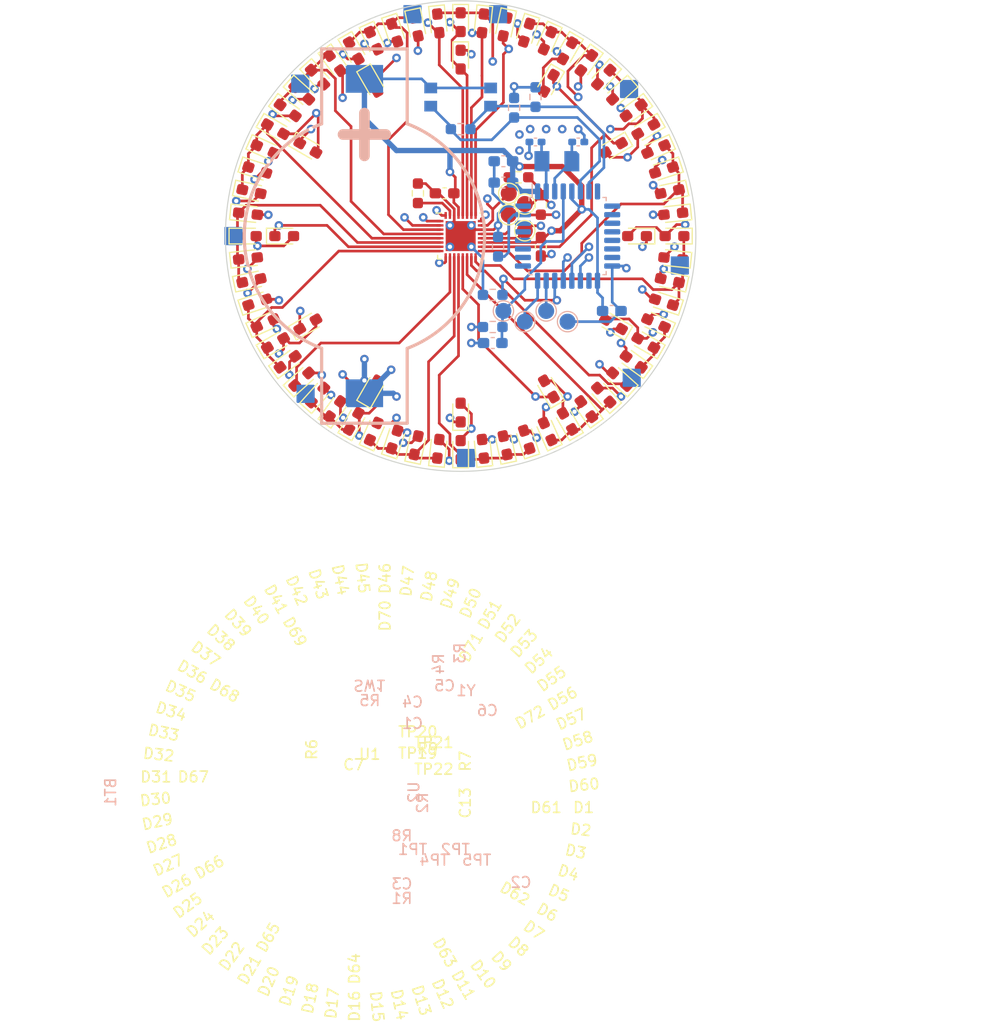
<source format=kicad_pcb>
(kicad_pcb (version 20211014) (generator pcbnew)
  (title_block (title "LED Pocketwatch Hardware") (date "2022-01-01") (rev "1"))
  (layers (0 "F.Cu" signal) (1 "In1.Cu" signal) (2 "In2.Cu" signal) (31 "B.Cu" signal) (34 "B.Paste" user) (35 "F.Paste" user) (36 "B.SilkS" user "B.Silkscreen") (37 "F.SilkS" user "F.Silkscreen") (38 "B.Mask" user) (39 "F.Mask" user) (44 "Edge.Cuts" user))
  (net 0 "")
  (net 1 "+3V3")
  (net 2 "CS1")
  (net 3 "SW1")
  (net 4 "CS2")
  (net 5 "CS3")
  (net 6 "CS4")
  (net 7 "CS5")
  (net 8 "CS6")
  (net 9 "CS7")
  (net 10 "CS8")
  (net 11 "CS9")
  (net 12 "CS10")
  (net 13 "CS11")
  (net 14 "CS12")
  (net 15 "CS13")
  (net 16 "CS14")
  (net 17 "CS15")
  (net 18 "CS16")
  (net 19 "CS17")
  (net 20 "CS18")
  (net 21 "SW2")
  (net 22 "SW3")
  (net 26 "SW4")
  (net 27 "RESET")
  (net 28 "RCC_OSC32_IN")
  (net 29 "RCC_OSC32_OUT")
  (net 30 "BOOT")
  (net 35 "GND")
  (net 36 "LED_EN")
  (net 37 "I2C_PULLUP")
  (net 38 "I2C_SDA")
  (net 39 "I2C_SCL")
  (net 41 "BTN_IN")
  (net 42 "SYS_WKUP1")
  (net 43 "R_EXT")
  (net 44 "SWDIO")
  (net 45 "SWCLK")
  (footprint "LED_SMD:LED_0603_1608Metric_Pad1.05x0.95mm_HandSolder" (layer "F.Cu") (at 159.02113 116.180339 162)
    (fp_text reference "D4")
    (fp_text value "LED")
  )
  (footprint "LED_SMD:LED_0603_1608Metric_Pad1.05x0.95mm_HandSolder" (layer "F.Cu") (at 148.249999 95.710581 -120)
    (fp_text reference "D71")
    (fp_text value "LED")
  )
  (footprint "LED_SMD:LED_0603_1608Metric_Pad1.05x0.95mm_HandSolder" (layer "F.Cu") (at 153.382612 95.137104 -132)
    (fp_text reference "D53")
    (fp_text value "LED")
  )
  (footprint "LED_SMD:LED_0603_1608Metric_Pad1.05x0.95mm_HandSolder" (layer "F.Cu") (at 125.710581 118.25 30)
    (fp_text reference "D66")
    (fp_text value "LED")
  )
  (footprint "LED_SMD:LED_0603_1608Metric_Pad1.05x0.95mm_HandSolder" (layer "F.Cu") (at 154.289419 118.249999 150)
    (fp_text reference "D62")
    (fp_text value "LED")
  )
  (footprint "LED_SMD:LED_0603_1608Metric_Pad1.05x0.95mm_HandSolder" (layer "F.Cu") (at 126.617388 95.137104 -48)
    (fp_text reference "D39")
    (fp_text value "LED")
  )
  (footprint "LED_Clock_HW:QFN-32_EP_4x4_Pitch0.4mm" (layer "F.Cu") (at 140 110)
    (fp_text reference "U1")
    (fp_text value "IS31FL3746A")
  )
  (footprint "LED_SMD:LED_0603_1608Metric_Pad1.05x0.95mm_HandSolder" (layer "F.Cu") (at 120.109563 112.090569 6)
    (fp_text reference "D30")
    (fp_text value "LED")
  )
  (footprint "LED_SMD:LED_0603_1608Metric_Pad1.05x0.95mm_HandSolder" (layer "F.Cu") (at 142.090569 129.890437 96)
    (fp_text reference "D15")
    (fp_text value "LED")
  )
  (footprint "LED_SMD:LED_0603_1608Metric_Pad1.05x0.95mm_HandSolder" (layer "F.Cu") (at 157.320508 119.999999 150)
    (fp_text reference "D6")
    (fp_text value "LED")
  )
  (footprint "LED_SMD:LED_0603_1608Metric_Pad1.05x0.95mm_HandSolder" (layer "F.Cu") (at 151.755705 93.819661 -126)
    (fp_text reference "D52")
    (fp_text value "LED")
  )
  (footprint "LED_SMD:LED_0603_1608Metric_Pad1.05x0.95mm_HandSolder" (layer "F.Cu") (at 137.909431 90.109563 -84)
    (fp_text reference "D45")
    (fp_text value "LED")
  )
  (footprint "LED_SMD:LED_0603_1608Metric_Pad1.05x0.95mm_HandSolder" (layer "F.Cu") (at 122.679492 100.000001 -30)
    (fp_text reference "D36")
    (fp_text value "LED")
  )
  (footprint "LED_SMD:LED_0603_1608Metric_Pad1.05x0.95mm_HandSolder" (layer "F.Cu") (at 123.819661 98.244295 -36)
    (fp_text reference "D37")
    (fp_text value "LED")
  )
  (footprint "TestPoint:TestPoint_Pad_D1.5mm" (layer "F.Cu") (at 146 109.5)
    (fp_text reference "TP22")
    (fp_text value "TestPoint")
  )
  (footprint "LED_SMD:LED_0603_1608Metric_Pad1.05x0.95mm_HandSolder" (layer "F.Cu") (at 157.320508 100 -150)
    (fp_text reference "D56")
    (fp_text value "LED")
  )
  (footprint "LED_SMD:LED_0603_1608Metric_Pad1.05x0.95mm_HandSolder" (layer "F.Cu") (at 158.270909 101.865268 -156)
    (fp_text reference "D57")
    (fp_text value "LED")
  )
  (footprint "LED_SMD:LED_0603_1608Metric_Pad1.05x0.95mm_HandSolder" (layer "F.Cu") (at 123.5 110)
    (fp_text reference "D67")
    (fp_text value "LED")
  )
  (footprint "LED_SMD:LED_0603_1608Metric_Pad1.05x0.95mm_HandSolder" (layer "F.Cu") (at 159.562952 105.841767 -168)
    (fp_text reference "D59")
    (fp_text value "LED")
  )
  (footprint "LED_SMD:LED_0603_1608Metric_Pad1.05x0.95mm_HandSolder" (layer "F.Cu") (at 128.244295 93.819661 -54)
    (fp_text reference "D40")
    (fp_text value "LED")
  )
  (footprint "LED_SMD:LED_0603_1608Metric_Pad1.05x0.95mm_HandSolder" (layer "F.Cu") (at 154.289419 101.75 -150)
    (fp_text reference "D72")
    (fp_text value "LED")
  )
  (footprint "LED_SMD:LED_0603_1608Metric_Pad1.05x0.95mm_HandSolder" (layer "F.Cu") (at 125.710581 101.750001 -30)
    (fp_text reference "D68")
    (fp_text value "LED")
  )
  (footprint "LED_SMD:LED_0603_1608Metric_Pad1.05x0.95mm_HandSolder" (layer "F.Cu") (at 140 130 90)
    (fp_text reference "D16")
    (fp_text value "LED")
  )
  (footprint "LED_SMD:LED_0603_1608Metric_Pad1.05x0.95mm_HandSolder" (layer "F.Cu") (at 159.02113 103.819661 -162)
    (fp_text reference "D58")
    (fp_text value "LED")
  )
  (footprint "LED_SMD:LED_0603_1608Metric_Pad1.05x0.95mm_HandSolder" (layer "F.Cu") (at 128.244295 126.180339 54)
    (fp_text reference "D22")
    (fp_text value "LED")
  )
  (footprint "LED_SMD:LED_0603_1608Metric_Pad1.05x0.95mm_HandSolder" (layer "F.Cu") (at 159.562952 114.158233 168)
    (fp_text reference "D3")
    (fp_text value "LED")
  )
  (footprint "LED_SMD:LED_0603_1608Metric_Pad1.05x0.95mm_HandSolder" (layer "F.Cu") (at 148.134732 128.270909 114)
    (fp_text reference "D12")
    (fp_text value "LED")
  )
  (footprint "LED_SMD:LED_0603_1608Metric_Pad1.05x0.95mm_HandSolder" (layer "F.Cu") (at 146.180339 90.97887 -108)
    (fp_text reference "D49")
    (fp_text value "LED")
  )
  (footprint "LED_SMD:LED_0603_1608Metric_Pad1.05x0.95mm_HandSolder" (layer "F.Cu") (at 156.180339 98.244295 -144)
    (fp_text reference "D55")
    (fp_text value "LED")
  )
  (footprint "LED_SMD:LED_0603_1608Metric_Pad1.05x0.95mm_HandSolder" (layer "F.Cu") (at 133.819661 90.97887 -72)
    (fp_text reference "D43")
    (fp_text value "LED")
  )
  (footprint "LED_SMD:LED_0603_1608Metric_Pad1.05x0.95mm_HandSolder" (layer "F.Cu") (at 159.890437 112.090569 174)
    (fp_text reference "D2")
    (fp_text value "LED")
  )
  (footprint "Resistor_SMD:R_0603_1608Metric_Pad0.98x0.95mm_HandSolder" (layer "F.Cu") (at 145.4125 104.5 180)
    (fp_text reference "R9")
    (fp_text value "10k")
  )
  (footprint "LED_SMD:LED_0603_1608Metric_Pad1.05x0.95mm_HandSolder" (layer "F.Cu") (at 153.382612 124.862896 132)
    (fp_text reference "D9")
    (fp_text value "LED")
  )
  (footprint "LED_SMD:LED_0603_1608Metric_Pad1.05x0.95mm_HandSolder" (layer "F.Cu") (at 126.617388 124.862896 48)
    (fp_text reference "D23")
    (fp_text value "LED")
  )
  (footprint "LED_SMD:LED_0603_1608Metric_Pad1.05x0.95mm_HandSolder" (layer "F.Cu") (at 150 127.320508 120)
    (fp_text reference "D11")
    (fp_text value "LED")
  )
  (footprint "LED_SMD:LED_0603_1608Metric_Pad1.05x0.95mm_HandSolder" (layer "F.Cu") (at 120.109563 107.909431 -6)
    (fp_text reference "D32")
    (fp_text value "LED")
  )
  (footprint "LED_SMD:LED_0603_1608Metric_Pad1.05x0.95mm_HandSolder" (layer "F.Cu") (at 122.679492 120 30)
    (fp_text reference "D26")
    (fp_text value "LED")
  )
  (footprint "LED_SMD:LED_0603_1608Metric_Pad1.05x0.95mm_HandSolder" (layer "F.Cu") (at 156.180339 121.755705 144)
    (fp_text reference "D7")
    (fp_text value "LED")
  )
  (footprint "LED_SMD:LED_0603_1608Metric_Pad1.05x0.95mm_HandSolder" (layer "F.Cu") (at 140 126.5 90)
    (fp_text reference "D64")
    (fp_text value "LED")
  )
  (footprint "LED_SMD:LED_0603_1608Metric_Pad1.05x0.95mm_HandSolder" (layer "F.Cu") (at 131.750001 124.289419 60)
    (fp_text reference "D65")
    (fp_text value "LED")
  )
  (footprint "LED_SMD:LED_0603_1608Metric_Pad1.05x0.95mm_HandSolder" (layer "F.Cu") (at 123.819661 121.755705 36)
    (fp_text reference "D25")
    (fp_text value "LED")
  )
  (footprint "LED_SMD:LED_0603_1608Metric_Pad1.05x0.95mm_HandSolder" (layer "F.Cu") (at 120.97887 116.180339 18)
    (fp_text reference "D28")
    (fp_text value "LED")
  )
  (footprint "LED_SMD:LED_0603_1608Metric_Pad1.05x0.95mm_HandSolder" (layer "F.Cu") (at 137.909431 129.890437 84)
    (fp_text reference "D17")
    (fp_text value "LED")
  )
  (footprint "LED_SMD:LED_0603_1608Metric_Pad1.05x0.95mm_HandSolder" (layer "F.Cu") (at 135.841767 90.437048 -78)
    (fp_text reference "D44")
    (fp_text value "LED")
  )
  (footprint "LED_SMD:LED_0603_1608Metric_Pad1.05x0.95mm_HandSolder" (layer "F.Cu") (at 131.865268 128.270909 66)
    (fp_text reference "D20")
    (fp_text value "LED")
  )
  (footprint "LED_SMD:LED_0603_1608Metric_Pad1.05x0.95mm_HandSolder" (layer "F.Cu") (at 149.999999 92.679492 -120)
    (fp_text reference "D51")
    (fp_text value "LED")
  )
  (footprint "Capacitor_SMD:C_0603_1608Metric_Pad1.08x0.95mm_HandSolder" (layer "F.Cu") (at 138.5 106 180)
    (fp_text reference "C7")
    (fp_text value "100n")
  )
  (footprint "LED_SMD:LED_0603_1608Metric_Pad1.05x0.95mm_HandSolder" (layer "F.Cu") (at 140 90 -90)
    (fp_text reference "D46")
    (fp_text value "LED")
  )
  (footprint "LED_SMD:LED_0603_1608Metric_Pad1.05x0.95mm_HandSolder" (layer "F.Cu") (at 144.158233 90.437048 -102)
    (fp_text reference "D48")
    (fp_text value "LED")
  )
  (footprint "Resistor_SMD:R_0603_1608Metric_Pad0.98x0.95mm_HandSolder" (layer "F.Cu") (at 136 106 90)
    (fp_text reference "R6")
    (fp_text value "20k")
  )
  (footprint "LED_SMD:LED_0603_1608Metric_Pad1.05x0.95mm_HandSolder" (layer "F.Cu") (at 121.729091 118.134732 24)
    (fp_text reference "D27")
    (fp_text value "LED")
  )
  (footprint "LED_SMD:LED_0603_1608Metric_Pad1.05x0.95mm_HandSolder" (layer "F.Cu") (at 142.090569 90.109563 -96)
    (fp_text reference "D47")
    (fp_text value "LED")
  )
  (footprint "LED_SMD:LED_0603_1608Metric_Pad1.05x0.95mm_HandSolder" (layer "F.Cu") (at 158.270909 118.134732 156)
    (fp_text reference "D5")
    (fp_text value "LED")
  )
  (footprint "LED_SMD:LED_0603_1608Metric_Pad1.05x0.95mm_HandSolder" (layer "F.Cu") (at 148.25 124.289419 120)
    (fp_text reference "D63")
    (fp_text value "LED")
  )
  (footprint "Resistor_SMD:R_0603_1608Metric_Pad0.98x0.95mm_HandSolder" (layer "F.Cu") (at 147.5 107.0875 -90)
    (fp_text reference "R7")
    (fp_text value "10k")
  )
  (footprint "TestPoint:TestPoint_Pad_D1.5mm" (layer "F.Cu") (at 146 107)
    (fp_text reference "TP21")
    (fp_text value "TestPoint")
  )
  (footprint "LED_SMD:LED_0603_1608Metric_Pad1.05x0.95mm_HandSolder" (layer "F.Cu") (at 130.000001 127.320508 60)
    (fp_text reference "D21")
    (fp_text value "LED")
  )
  (footprint "LED_SMD:LED_0603_1608Metric_Pad1.05x0.95mm_HandSolder" (layer "F.Cu") (at 135.841767 129.562952 78)
    (fp_text reference "D18")
    (fp_text value "LED")
  )
  (footprint "TestPoint:TestPoint_Pad_D1.5mm" (layer "F.Cu") (at 144.5 106)
    (fp_text reference "TP20")
    (fp_text value "TestPoint")
  )
  (footprint "LED_SMD:LED_0603_1608Metric_Pad1.05x0.95mm_HandSolder" (layer "F.Cu") (at 120.437048 105.841767 -12)
    (fp_text reference "D33")
    (fp_text value "LED")
  )
  (footprint "LED_SMD:LED_0603_1608Metric_Pad1.05x0.95mm_HandSolder" (layer "F.Cu") (at 125.137104 123.382612 42)
    (fp_text reference "D24")
    (fp_text value "LED")
  )
  (footprint "LED_SMD:LED_0603_1608Metric_Pad1.05x0.95mm_HandSolder" (layer "F.Cu") (at 133.819661 129.02113 72)
    (fp_text reference "D19")
    (fp_text value "LED")
  )
  (footprint "LED_SMD:LED_0603_1608Metric_Pad1.05x0.95mm_HandSolder" (layer "F.Cu") (at 120 110)
    (fp_text reference "D31")
    (fp_text value "LED")
  )
  (footprint "LED_SMD:LED_0603_1608Metric_Pad1.05x0.95mm_HandSolder" (layer "F.Cu") (at 148.134732 91.729091 -114)
    (fp_text reference "D50")
    (fp_text value "LED")
  )
  (footprint "LED_SMD:LED_0603_1608Metric_Pad1.05x0.95mm_HandSolder" (layer "F.Cu") (at 121.729091 101.865268 -24)
    (fp_text reference "D35")
    (fp_text value "LED")
  )
  (footprint "LED_SMD:LED_0603_1608Metric_Pad1.05x0.95mm_HandSolder" (layer "F.Cu") (at 154.862896 123.382612 138)
    (fp_text reference "D8")
    (fp_text value "LED")
  )
  (footprint "TestPoint:TestPoint_Pad_D1.5mm" (layer "F.Cu") (at 144.5 108)
    (fp_text reference "TP19")
    (fp_text value "TestPoint")
  )
  (footprint "LED_SMD:LED_0603_1608Metric_Pad1.05x0.95mm_HandSolder" (layer "F.Cu") (at 120.437048 114.158233 12)
    (fp_text reference "D29")
    (fp_text value "LED")
  )
  (footprint "LED_SMD:LED_0603_1608Metric_Pad1.05x0.95mm_HandSolder" (layer "F.Cu") (at 160 110 180)
    (fp_text reference "D1")
    (fp_text value "LED")
  )
  (footprint "LED_SMD:LED_0603_1608Metric_Pad1.05x0.95mm_HandSolder" (layer "F.Cu") (at 120.97887 103.819661 -18)
    (fp_text reference "D34")
    (fp_text value "LED")
  )
  (footprint "LED_SMD:LED_0603_1608Metric_Pad1.05x0.95mm_HandSolder" (layer "F.Cu") (at 156.5 110 180)
    (fp_text reference "D61")
    (fp_text value "LED")
  )
  (footprint "LED_SMD:LED_0603_1608Metric_Pad1.05x0.95mm_HandSolder" (layer "F.Cu") (at 131.75 95.710581 -60)
    (fp_text reference "D69")
    (fp_text value "LED")
  )
  (footprint "LED_SMD:LED_0603_1608Metric_Pad1.05x0.95mm_HandSolder" (layer "F.Cu") (at 140 93.5 -90)
    (fp_text reference "D70")
    (fp_text value "LED")
  )
  (footprint "LED_SMD:LED_0603_1608Metric_Pad1.05x0.95mm_HandSolder" (layer "F.Cu") (at 154.862896 96.617388 -138)
    (fp_text reference "D54")
    (fp_text value "LED")
  )
  (footprint "Capacitor_SMD:C_0603_1608Metric_Pad1.08x0.95mm_HandSolder" (layer "F.Cu") (at 147.5 111 -90)
    (fp_text reference "C13")
    (fp_text value "1u")
  )
  (footprint "LED_SMD:LED_0603_1608Metric_Pad1.05x0.95mm_HandSolder" (layer "F.Cu") (at 144.158233 129.562952 102)
    (fp_text reference "D14")
    (fp_text value "LED")
  )
  (footprint "LED_SMD:LED_0603_1608Metric_Pad1.05x0.95mm_HandSolder" (layer "F.Cu") (at 159.890437 107.909431 -174)
    (fp_text reference "D60")
    (fp_text value "LED")
  )
  (footprint "LED_SMD:LED_0603_1608Metric_Pad1.05x0.95mm_HandSolder" (layer "F.Cu") (at 151.755705 126.180339 126)
    (fp_text reference "D10")
    (fp_text value "LED")
  )
  (footprint "LED_SMD:LED_0603_1608Metric_Pad1.05x0.95mm_HandSolder" (layer "F.Cu") (at 131.865268 91.729091 -66)
    (fp_text reference "D42")
    (fp_text value "LED")
  )
  (footprint "LED_SMD:LED_0603_1608Metric_Pad1.05x0.95mm_HandSolder" (layer "F.Cu") (at 130 92.679492 -60)
    (fp_text reference "D41")
    (fp_text value "LED")
  )
  (footprint "LED_SMD:LED_0603_1608Metric_Pad1.05x0.95mm_HandSolder" (layer "F.Cu") (at 146.180339 129.02113 108)
    (fp_text reference "D13")
    (fp_text value "LED")
  )
  (footprint "LED_SMD:LED_0603_1608Metric_Pad1.05x0.95mm_HandSolder" (layer "F.Cu") (at 125.137104 96.617388 -42)
    (fp_text reference "D38")
    (fp_text value "LED")
  )
  (footprint "Capacitor_SMD:C_0603_1608Metric_Pad1.08x0.95mm_HandSolder" (layer "B.Cu") (at 143 120 180)
    (fp_text reference "C3")
    (fp_text value "100n")
  )
  (footprint "Capacitor_SMD:C_0603_1608Metric_Pad1.08x0.95mm_HandSolder" (layer "B.Cu") (at 154.1375 117)
    (fp_text reference "C2")
    (fp_text value "100n")
  )
  (footprint "Resistor_SMD:R_0603_1608Metric_Pad0.98x0.95mm_HandSolder" (layer "B.Cu") (at 147 97 90)
    (fp_text reference "R3")
    (fp_text value "100k")
  )
  (footprint "LED_PW_HW_Library:Switch-DifferentPadNr" (layer "B.Cu") (at 140 97)
    (fp_text reference "SW1")
    (fp_text value "SW_MEC_5E")
  )
  (footprint "LED_PW_HW_Library:ECX-34Q" (layer "B.Cu") (at 149 103 180)
    (fp_text reference "Y1")
    (fp_text value "Crystal")
  )
  (footprint "Resistor_SMD:R_0603_1608Metric_Pad0.98x0.95mm_HandSolder" (layer "B.Cu") (at 143 115.5 180)
    (fp_text reference "R8")
    (fp_text value "100k")
  )
  (footprint "Resistor_SMD:R_0603_1608Metric_Pad0.98x0.95mm_HandSolder" (layer "B.Cu") (at 145 98 90)
    (fp_text reference "R4")
    (fp_text value "100k")
  )
  (footprint "TestPoint:TestPoint_Pad_D1.5mm" (layer "B.Cu") (at 148 117 180)
    (fp_text reference "TP2")
    (fp_text value "TestPoint")
  )
  (footprint "Capacitor_SMD:C_0402_1005Metric_Pad0.74x0.62mm_HandSolder" (layer "B.Cu") (at 147 101.2 180)
    (fp_text reference "C5")
    (fp_text value "4p3")
  )
  (footprint "TestPoint:TestPoint_Pad_D1.5mm" (layer "B.Cu") (at 150 118 180)
    (fp_text reference "TP5")
    (fp_text value "TestPoint")
  )
  (footprint "Resistor_SMD:R_0603_1608Metric_Pad0.98x0.95mm_HandSolder" (layer "B.Cu") (at 143.5 111 90)
    (fp_text reference "R2")
    (fp_text value "100k")
  )
  (footprint "TestPoint:TestPoint_Pad_D1.5mm" (layer "B.Cu") (at 146 118 180)
    (fp_text reference "TP4")
    (fp_text value "TestPoint")
  )
  (footprint "Resistor_SMD:R_0603_1608Metric_Pad0.98x0.95mm_HandSolder" (layer "B.Cu") (at 140 100)
    (fp_text reference "R5")
    (fp_text value "n.b.")
  )
  (footprint "TestPoint:TestPoint_Pad_D1.5mm" (layer "B.Cu") (at 144 117 180)
    (fp_text reference "TP1")
    (fp_text value "TestPoint")
  )
  (footprint "Package_QFP:LQFP-32_7x7mm_P0.8mm" (layer "B.Cu") (at 150 110 -90)
    (fp_text reference "U2")
    (fp_text value "STM32L031K6Tx")
  )
  (footprint "Resistor_SMD:R_0603_1608Metric_Pad0.98x0.95mm_HandSolder" (layer "B.Cu") (at 143 118.5)
    (fp_text reference "R1")
    (fp_text value "100k")
  )
  (footprint "Capacitor_SMD:C_0603_1608Metric_Pad1.08x0.95mm_HandSolder" (layer "B.Cu") (at 144 103 180)
    (fp_text reference "C4")
    (fp_text value "1u")
  )
  (footprint "Capacitor_SMD:C_0603_1608Metric_Pad1.08x0.95mm_HandSolder" (layer "B.Cu") (at 144 105 180)
    (fp_text reference "C1")
    (fp_text value "100n")
  )
  (footprint "LED_PW_HW_Library:SMTU2032-LF" (layer "B.Cu") (at 131 110 -90)
    (fp_text reference "BT1")
    (fp_text value "Battery_Holder")
  )
  (footprint "Capacitor_SMD:C_0402_1005Metric_Pad0.74x0.62mm_HandSolder" (layer "B.Cu") (at 151 101.2)
    (fp_text reference "C6")
    (fp_text value "4p3")
  )
  (gr_rect (start 124.25 95) (end 125.75 96.5) (layer "B.Cu") (width 0.2) (fill solid))
  (gr_rect (start 118 109.25) (end 119.5 110.75) (layer "B.Cu") (width 0.2) (fill solid))
  (gr_rect (start 134.75 88.5) (end 136.25 90) (layer "B.Cu") (width 0.2) (fill solid))
  (gr_rect (start 142.75 88.5) (end 144.25 90) (layer "B.Cu") (width 0.2) (fill solid))
  (gr_rect (start 159.75 112) (end 161.25 113.5) (layer "B.Cu") (width 0.2) (fill solid))
  (gr_rect (start 155 95.5) (end 156.5 97) (layer "B.Cu") (width 0.2) (fill solid))
  (gr_rect (start 124.75 124) (end 126.25 125.5) (layer "B.Cu") (width 0.2) (fill solid))
  (gr_rect (start 139.75 130) (end 141.25 131.5) (layer "B.Cu") (width 0.2) (fill solid))
  (gr_rect (start 155.25 122.5) (end 156.75 124) (layer "B.Cu") (width 0.2) (fill solid))
  (gr_circle (center 140 110) (end 140 88) (layer "Edge.Cuts") (width 0.1) (fill none))
  (segment (start 139.8 108.07) (end 139.8 107.3) (width 0.25) (layer "F.Cu") (net 1))
  (segment (start 149.3255 109.5) (end 148.5 109.5) (width 0.5) (layer "F.Cu") (net 1))
  (segment (start 139.3625 106.8625) (end 139.3625 106) (width 0.25) (layer "F.Cu") (net 1))
  (segment (start 145.5 103.5) (end 149.5 103.5) (width 0.5) (layer "F.Cu") (net 1))
  (segment (start 139.5 105.8625) (end 139.3625 106) (width 0.25) (layer "F.Cu") (net 1))
  (segment (start 151.3255 107.5) (end 149.3255 109.5) (width 0.5) (layer "F.Cu") (net 1))
  (segment (start 147.0375 110.6) (end 147.5 110.1375) (width 0.25) (layer "F.Cu") (net 1))
  (segment (start 141.93 110.6) (end 147.0375 110.6) (width 0.25) (layer "F.Cu") (net 1))
  (segment (start 139.5 104.5) (end 139.5 105.8625) (width 0.25) (layer "F.Cu") (net 1))
  (segment (start 147.8625 110.1375) (end 148.5 109.5) (width 0.25) (layer "F.Cu") (net 1))
  (segment (start 147.5 110.1375) (end 147.8625 110.1375) (width 0.25) (layer "F.Cu") (net 1))
  (segment (start 149.5 103.5) (end 151.3255 105.3255) (width 0.5) (layer "F.Cu") (net 1))
  (segment (start 151.3255 105.3255) (end 151.3255 107.5) (width 0.5) (layer "F.Cu") (net 1))
  (segment (start 139.8 107.3) (end 139.3625 106.8625) (width 0.25) (layer "F.Cu") (net 1))
  (segment (start 139 104) (end 139.5 104.5) (width 0.25) (layer "F.Cu") (net 1))
  (via (at 141 118.5) (size 0.8) (drill 0.4) (layers "F.Cu" "B.Cu") (net 1))
  (via (at 148.5 109.5) (size 0.8) (drill 0.4) (layers "F.Cu" "B.Cu") (net 1))
  (via (at 151.3255 107.5) (size 0.8) (drill 0.4) (layers "F.Cu" "B.Cu") (net 1))
  (via (at 139 104) (size 0.8) (drill 0.4) (layers "F.Cu" "B.Cu") (net 1))
  (via (at 145.5 103.5) (size 0.8) (drill 0.4) (layers "F.Cu" "B.Cu") (net 1))
  (segment (start 142.0875 118.5) (end 141 118.5) (width 0.25) (layer "B.Cu") (net 1))
  (segment (start 150.4 105.825) (end 150.4 106.5745) (width 0.25) (layer "B.Cu") (net 1))
  (segment (start 152.8 108.3) (end 152 107.5) (width 0.25) (layer "B.Cu") (net 1))
  (segment (start 134 102) (end 139 102) (width 0.5) (layer "B.Cu") (net 1))
  (segment (start 139 102) (end 144 102) (width 0.5) (layer "B.Cu") (net 1))
  (segment (start 144 102) (end 144.8625 102.8625) (width 0.5) (layer "B.Cu") (net 1))
  (segment (start 131 99) (end 134 102) (width 0.5) (layer "B.Cu") (net 1))
  (segment (start 145.6875 105.825) (end 144.8625 105) (width 0.5) (layer "B.Cu") (net 1))
  (segment (start 152 107.5) (end 151.3255 107.5) (width 0.25) (layer "B.Cu") (net 1))
  (segment (start 131 95.3) (end 136.35 95.3) (width 0.25) (layer "B.Cu") (net 1))
  (segment (start 144.8625 103) (end 144.8625 105) (width 0.5) (layer "B.Cu") (net 1))
  (segment (start 152.8 115.3) (end 153.275 115.775) (width 0.25) (layer "B.Cu") (net 1))
  (segment (start 144.8625 103) (end 145 103) (width 0.5) (layer "B.Cu") (net 1))
  (segment (start 136.35 95.3) (end 137.2 96.15) (width 0.25) (layer "B.Cu") (net 1))
  (segment (start 153.275 115.775) (end 153.275 117) (width 0.25) (layer "B.Cu") (net 1))
  (segment (start 144.8625 102.8625) (end 144.8625 103) (width 0.5) (layer "B.Cu") (net 1))
  (segment (start 147.2 105.825) (end 145.6875 105.825) (width 0.5) (layer "B.Cu") (net 1))
  (segment (start 131 95.3) (end 131 99) (width 0.5) (layer "B.Cu") (net 1))
  (segment (start 152.8 114.175) (end 152.8 108.3) (width 0.25) (layer "B.Cu") (net 1))
  (segment (start 139 102) (end 139 104) (width 0.5) (layer "B.Cu") (net 1))
  (segment (start 150.4 106.5745) (end 151.3255 107.5) (width 0.25) (layer "B.Cu") (net 1))
  (segment (start 137.2 96.15) (end 142.8 96.15) (width 0.25) (layer "B.Cu") (net 1))
  (segment (start 152.8 114.175) (end 152.8 115.3) (width 0.25) (layer "B.Cu") (net 1))
  (segment (start 145 103) (end 145.5 103.5) (width 0.5) (layer "B.Cu") (net 1))
  (segment (start 143.703904 112.75) (end 141.75 112.75) (width 0.25) (layer "F.Cu") (net 2))
  (segment (start 158 115) (end 157 114) (width 0.25) (layer "F.Cu") (net 2))
  (segment (start 141.4 112.4) (end 141.4 111.93) (width 0.25) (layer "F.Cu") (net 2))
  (segment (start 160.760644 112.182031) (end 160.760644 113.998343) (width 0.25) (layer "F.Cu") (net 2))
  (segment (start 159.758987 115) (end 158 115) (width 0.25) (layer "F.Cu") (net 2))
  (segment (start 160.418831 115.885202) (end 159.853304 116.450729) (width 0.25) (layer "F.Cu") (net 2))
  (segment (start 157 114) (end 144.953904 114) (width 0.25) (layer "F.Cu") (net 2))
  (segment (start 160.875 112.067675) (end 160.760644 112.182031) (width 0.25) (layer "F.Cu") (net 2))
  (segment (start 160.760644 113.998343) (end 160.418831 114.340156) (width 0.25) (layer "F.Cu") (net 2))
  (segment (start 160.875 110) (end 160.875 112.067675) (width 0.25) (layer "F.Cu") (net 2))
  (segment (start 160.418831 114.340156) (end 160.418831 115.885202) (width 0.25) (layer "F.Cu") (net 2))
  (segment (start 144.953904 114) (end 143.703904 112.75) (width 0.25) (layer "F.Cu") (net 2))
  (segment (start 141.75 112.75) (end 141.4 112.4) (width 0.25) (layer "F.Cu") (net 2))
  (segment (start 160.418831 114.340156) (end 159.758987 115) (width 0.25) (layer "F.Cu") (net 2))
  (segment (start 132.248208 123.592354) (end 132.187501 123.531647) (width 0.25) (layer "F.Cu") (net 3))
  (segment (start 132.248208 125.751792) (end 132.248208 123.592354) (width 0.25) (layer "F.Cu") (net 3))
  (segment (start 145.321534 91.222629) (end 145.321534 90.127041) (width 0.25) (layer "F.Cu") (net 3))
  (segment (start 152.797123 124.212644) (end 154.212644 124.212644) (width 0.25) (layer "F.Cu") (net 3))
  (segment (start 140.2 96.2) (end 138.000893 94.000893) (width 0.25) (layer "F.Cu") (net 3))
  (segment (start 121.292927 113.97631) (end 121.292927 114.1127) (width 0.25) (layer "F.Cu") (net 3))
  (segment (start 138.000893 129.02023) (end 138.9255 129.944837) (width 0.25) (layer "F.Cu") (net 3))
  (segment (start 120.601208 106.715409) (end 119.012289 106.715409) (width 0.25) (layer "F.Cu") (net 3))
  (segment (start 157.92574 117.324654) (end 158.994951 117.324654) (width 0.25) (layer "F.Cu") (net 3))
  (segment (start 160.1995 108.9255) (end 161 108.9255) (width 0.25) (layer "F.Cu") (net 3))
  (segment (start 121.292927 106.02369) (end 120.601208 106.715409) (width 0.25) (layer "F.Cu") (net 3))
  (segment (start 130.4375 93.437264) (end 130.359947 93.514817) (width 0.25) (layer "F.Cu") (net 3))
  (segment (start 159.125 110) (end 160.1995 108.9255) (width 0.25) (layer "F.Cu") (net 3))
  (segment (start 124 122.95863) (end 124 121.768944) (width 0.25) (layer "F.Cu") (net 3))
  (segment (start 154.212644 124.212644) (end 155 125) (width 0.25) (layer "F.Cu") (net 3))
  (segment (start 157.471557 101.532137) (end 158.367379 100.636315) (width 0.25) (layer "F.Cu") (net 3))
  (segment (start 159.125 110) (end 158.32548 109.20048) (width 0.25) (layer "F.Cu") (net 3))
  (segment (start 138.9255 129.944837) (end 138.9255 131) (width 0.25) (layer "F.Cu") (net 3))
  (segment (start 130.359947 93.514817) (end 130.359947 95.282862) (width 0.25) (layer "F.Cu") (net 3))
  (segment (start 152.797123 95.787356) (end 152.797123 94.161507) (width 0.25) (layer "F.Cu") (net 3))
  (segment (start 130.437501 126.562736) (end 131.437264 126.562736) (width 0.25) (layer "F.Cu") (net 3))
  (segment (start 156.42452 109.20048) (end 155.625 110) (width 0.25) (layer "F.Cu") (net 3))
  (segment (start 152.797123 94.161507) (end 152.978231 93.980399) (width 0.25) (layer "F.Cu") (net 3))
  (segment (start 138.000893 90.97977) (end 137.871319 90.97977) (width 0.25) (layer "F.Cu") (net 3))
  (segment (start 130.359947 95.282862) (end 131.545438 96.468353) (width 0.25) (layer "F.Cu") (net 3))
  (segment (start 124 121.768944) (end 124.527551 121.241393) (width 0.25) (layer "F.Cu") (net 3))
  (segment (start 121.292927 114.1127) (end 120.071105 115.334522) (width 0.25) (layer "F.Cu") (net 3))
  (segment (start 130.517322 126.642557) (end 130.517322 128.656684) (width 0.25) (layer "F.Cu") (net 3))
  (segment (start 130.437501 126.562736) (end 130.517322 126.642557) (width 0.25) (layer "F.Cu") (net 3))
  (segment (start 157.471557 117.778837) (end 157.92574 117.324654) (width 0.25) (layer "F.Cu") (net 3))
  (segment (start 130.4375 93.437264) (end 129.437264 93.437264) (width 0.25) (layer "F.Cu") (net 3))
  (segment (start 137.871319 90.97977) (end 136.937504 90.045955) (width 0.25) (layer "F.Cu") (net 3))
  (segment (start 157.471557 102.221163) (end 157.471557 101.532137) (width 0.25) (layer "F.Cu") (net 3))
  (segment (start 138.000893 94.000893) (end 138.000893 90.97977) (width 0.25) (layer "F.Cu") (net 3))
  (segment (start 158.32548 109.20048) (end 156.42452 109.20048) (width 0.25) (layer "F.Cu") (net 3))
  (segment (start 145.909949 128.188956) (end 146.447753 128.188956) (width 0.25) (layer "F.Cu") (net 3))
  (segment (start 123.980399 122.978231) (end 124 122.95863) (width 0.25) (layer "F.Cu") (net 3))
  (segment (start 131.545438 96.468353) (end 132.1875 96.468353) (width 0.25) (layer "F.Cu") (net 3))
  (segment (start 131.437264 126.562736) (end 132.248208 125.751792) (width 0.25) (layer "F.Cu") (net 3))
  (segment (start 140.2 108.07) (end 140.2 96.2) (width 0.25) (layer "F.Cu") (net 3))
  (segment (start 124.527551 98.758607) (end 122.565598 98.758607) (width 0.25) (layer "F.Cu") (net 3))
  (segment (start 122.565598 98.758607) (end 122.411596 98.604605) (width 0.25) (layer "F.Cu") (net 3))
  (segment (start 145.909949 91.811044) (end 145.321534 91.222629) (width 0.25) (layer "F.Cu") (net 3))
  (segment (start 129.437264 93.437264) (end 129 93) (width 0.25) (layer "F.Cu") (net 3))
  (segment (start 146.447753 128.188956) (end 147.116124 128.857327) (width 0.25) (layer "F.Cu") (net 3))
  (via (at 147.116124 128.857327) (size 0.8) (drill 0.4) (layers "F.Cu" "B.Cu") (net 3))
  (via (at 129 93) (size 0.8) (drill 0.4) (layers "F.Cu" "B.Cu") (net 3))
  (via (at 155 125) (size 0.8) (drill 0.4) (layers "F.Cu" "B.Cu") (net 3))
  (via (at 158.367379 100.636315) (size 0.8) (drill 0.4) (layers "F.Cu" "B.Cu") (net 3))
  (via (at 120.071105 115.334522) (size 0.8) (drill 0.4) (layers "F.Cu" "B.Cu") (net 3))
  (via (at 152.978231 93.980399) (size 0.8) (drill 0.4) (layers "F.Cu" "B.Cu") (net 3))
  (via (at 145.321534 90.127041) (size 0.8) (drill 0.4) (layers "F.Cu" "B.Cu") (net 3))
  (via (at 130.517322 128.656684) (size 0.8) (drill 0.4) (layers "F.Cu" "B.Cu") (net 3))
  (via (at 136.937504 90.045955) (size 0.8) (drill 0.4) (layers "F.Cu" "B.Cu") (net 3))
  (via (at 122.411596 98.604605) (size 0.8) (drill 0.4) (layers "F.Cu" "B.Cu") (net 3))
  (via (at 161 108.9255) (size 0.8) (drill 0.4) (layers "F.Cu" "B.Cu") (net 3))
  (via (at 123.980399 122.978231) (size 0.8) (drill 0.4) (layers "F.Cu" "B.Cu") (net 3))
  (via (at 138.9255 131) (size 0.8) (drill 0.4) (layers "F.Cu" "B.Cu") (net 3))
  (via (at 119.012289 106.715409) (size 0.8) (drill 0.4) (layers "F.Cu" "B.Cu") (net 3))
  (via (at 158.994951 117.324654) (size 0.8) (drill 0.4) (layers "F.Cu" "B.Cu") (net 3))
  (segment (start 141 112.75) (end 141 111.93) (width 0.25) (layer "F.Cu") (net 4))
  (segment (start 158.07828 120.437499) (end 158.07828 121.079966) (width 0.25) (layer "F.Cu") (net 4))
  (segment (start 155.358171 123.813124) (end 153.813125 123.813125) (width 0.25) (layer "F.Cu") (net 4))
  (segment (start 156.888229 122.59302) (end 155.513148 123.968101) (width 0.25) (layer "F.Cu") (net 4))
  (segment (start 159.070261 118.490627) (end 159.070261 119.445518) (width 0.25) (layer "F.Cu") (net 4))
  (segment (start 142.25 113.25) (end 141.5 113.25) (width 0.25) (layer "F.Cu") (net 4))
  (segment (start 156.888229 122.270017) (end 156.888229 122.59302) (width 0.25) (layer "F.Cu") (net 4))
  (segment (start 153 123) (end 152 123) (width 0.25) (layer "F.Cu") (net 4))
  (segment (start 152 123) (end 142.25 113.25) (width 0.25) (layer "F.Cu") (net 4))
  (segment (start 153.813125 123.813125) (end 153 123) (width 0.25) (layer "F.Cu") (net 4))
  (segment (start 158.07828 121.079966) (end 156.888229 122.270017) (width 0.25) (layer "F.Cu") (net 4))
  (segment (start 141.5 113.25) (end 141 112.75) (width 0.25) (layer "F.Cu") (net 4))
  (segment (start 159.070261 119.445518) (end 158.07828 120.437499) (width 0.25) (layer "F.Cu") (net 4))
  (segment (start 155.513148 123.968101) (end 155.358171 123.813124) (width 0.25) (layer "F.Cu") (net 4))
  (segment (start 152.270017 126.888229) (end 152.59302 126.888229) (width 0.25) (layer "F.Cu") (net 5))
  (segment (start 153.240625 126.240625) (end 153.968101 125.513148) (width 0.25) (layer "F.Cu") (net 5))
  (segment (start 148.490627 129.070261) (end 149.445519 129.070261) (width 0.25) (layer "F.Cu") (net 5))
  (segment (start 149.445519 129.070261) (end 150.4375 128.07828) (width 0.25) (layer "F.Cu") (net 5))
  (segment (start 152.59302 126.888229) (end 153.240625 126.240625) (width 0.25) (layer "F.Cu") (net 5))
  (segment (start 151.079966 128.07828) (end 152.270017 126.888229) (width 0.25) (layer "F.Cu") (net 5))
  (segment (start 153.240625 126.240625) (end 140.6 113.6) (width 0.25) (layer "F.Cu") (net 5))
  (segment (start 140.6 113.6) (end 140.6 111.93) (width 0.25) (layer "F.Cu") (net 5))
  (segment (start 150.4375 128.07828) (end 151.079966 128.07828) (width 0.25) (layer "F.Cu") (net 5))
  (segment (start 138 127.5) (end 138 123) (width 0.25) (layer "F.Cu") (net 6))
  (segment (start 140 130.454331) (end 139 129.454331) (width 0.25) (layer "F.Cu") (net 6))
  (segment (start 140 130.875) (end 140 130.454331) (width 0.25) (layer "F.Cu") (net 6))
  (segment (start 144.340156 130.418831) (end 145.885202 130.418831) (width 0.25) (layer "F.Cu") (net 6))
  (segment (start 139 129.454331) (end 139 128.5) (width 0.25) (layer "F.Cu") (net 6))
  (segment (start 138 123) (end 139.8 121.2) (width 0.25) (layer "F.Cu") (net 6))
  (segment (start 139 128.5) (end 138 127.5) (width 0.25) (layer "F.Cu") (net 6))
  (segment (start 142.067675 130.875) (end 142.182031 130.760644) (width 0.25) (layer "F.Cu") (net 6))
  (segment (start 142.182031 130.760644) (end 143.998343 130.760644) (width 0.25) (layer "F.Cu") (net 6))
  (segment (start 145.885202 130.418831) (end 146.450729 129.853304) (width 0.25) (layer "F.Cu") (net 6))
  (segment (start 139.8 121.2) (end 139.8 111.93) (width 0.25) (layer "F.Cu") (net 6))
  (segment (start 143.998343 130.760644) (end 144.340156 130.418831) (width 0.25) (layer "F.Cu") (net 6))
  (segment (start 140 130.875) (end 142.067675 130.875) (width 0.25) (layer "F.Cu") (net 6))
  (segment (start 135.659844 130.418831) (end 134.114798 130.418831) (width 0.25) (layer "F.Cu") (net 7))
  (segment (start 133.549271 129.853304) (end 132.292416 129.853304) (width 0.25) (layer "F.Cu") (net 7))
  (segment (start 137.817969 130.760644) (end 136.001657 130.760644) (width 0.25) (layer "F.Cu") (net 7))
  (segment (start 139.4 119.35) (end 139.4 111.93) (width 0.25) (layer "F.Cu") (net 7))
  (segment (start 137 121.75) (end 139.4 119.35) (width 0.25) (layer "F.Cu") (net 7))
  (segment (start 132.292416 129.853304) (end 131.509373 129.070261) (width 0.25) (layer "F.Cu") (net 7))
  (segment (start 137 129.078675) (end 137 121.75) (width 0.25) (layer "F.Cu") (net 7))
  (segment (start 136.001657 130.760644) (end 135.659844 130.418831) (width 0.25) (layer "F.Cu") (net 7))
  (segment (start 135.659844 130.418831) (end 137 129.078675) (width 0.25) (layer "F.Cu") (net 7))
  (segment (start 134.114798 130.418831) (end 133.549271 129.853304) (width 0.25) (layer "F.Cu") (net 7))
  (segment (start 126.926399 120) (end 134.25 120) (width 0.25) (layer "F.Cu") (net 8))
  (segment (start 127.729983 126.888229) (end 127.40698 126.888229) (width 0.25) (layer "F.Cu") (net 8))
  (segment (start 128.920034 128.07828) (end 127.729983 126.888229) (width 0.25) (layer "F.Cu") (net 8))
  (segment (start 124.65491 122.271489) (end 126.926399 120) (width 0.25) (layer "F.Cu") (net 8))
  (segment (start 124.486852 123.968101) (end 124.65491 123.800043) (width 0.25) (layer "F.Cu") (net 8))
  (segment (start 134.25 120) (end 139 115.25) (width 0.25) (layer "F.Cu") (net 8))
  (segment (start 129.562501 128.07828) (end 128.920034 128.07828) (width 0.25) (layer "F.Cu") (net 8))
  (segment (start 124.65491 123.800043) (end 124.65491 122.271489) (width 0.25) (layer "F.Cu") (net 8))
  (segment (start 127.40698 126.888229) (end 126.031899 125.513148) (width 0.25) (layer "F.Cu") (net 8))
  (segment (start 139 115.25) (end 139 111.93) (width 0.25) (layer "F.Cu") (net 8))
  (segment (start 126.031899 125.513148) (end 124.486852 123.968101) (width 0.25) (layer "F.Cu") (net 8))
  (segment (start 123.325489 116.674511) (end 128.6 111.4) (width 0.25) (layer "F.Cu") (net 9))
  (segment (start 120.929739 118.490627) (end 120.929739 118.070261) (width 0.25) (layer "F.Cu") (net 9))
  (segment (start 120.146696 116.450729) (end 120.146696 117.707584) (width 0.25) (layer "F.Cu") (net 9))
  (segment (start 120.929739 119.445519) (end 121.92172 120.4375) (width 0.25) (layer "F.Cu") (net 9))
  (segment (start 128.6 111.4) (end 138.07 111.4) (width 0.25) (layer "F.Cu") (net 9))
  (segment (start 120.929739 118.070261) (end 122.325489 116.674511) (width 0.25) (layer "F.Cu") (net 9))
  (segment (start 121.92172 120.4375) (end 121.92172 121.079966) (width 0.25) (layer "F.Cu") (net 9))
  (segment (start 120.146696 117.707584) (end 120.929739 118.490627) (width 0.25) (layer "F.Cu") (net 9))
  (segment (start 122.325489 116.674511) (end 123.325489 116.674511) (width 0.25) (layer "F.Cu") (net 9))
  (segment (start 121.92172 121.079966) (end 123.111771 122.270017) (width 0.25) (layer "F.Cu") (net 9))
  (segment (start 120.929739 118.490627) (end 120.929739 119.445519) (width 0.25) (layer "F.Cu") (net 9))
  (segment (start 119.125 110) (end 119.125 112.067675) (width 0.25) (layer "F.Cu") (net 10))
  (segment (start 119.239356 107.817969) (end 119.942396 107.114929) (width 0.25) (layer "F.Cu") (net 10))
  (segment (start 119.125 112.067675) (end 119.239356 112.182031) (width 0.25) (layer "F.Cu") (net 10))
  (segment (start 119.239356 112.182031) (end 119.239356 113.998343) (width 0.25) (layer "F.Cu") (net 10))
  (segment (start 126.864929 107.114929) (end 130.35 110.6) (width 0.25) (layer "F.Cu") (net 10))
  (segment (start 119.125 110) (end 119.125 107.932325) (width 0.25) (layer "F.Cu") (net 10))
  (segment (start 130.35 110.6) (end 138.07 110.6) (width 0.25) (layer "F.Cu") (net 10))
  (segment (start 119.239356 113.998343) (end 119.581169 114.340156) (width 0.25) (layer "F.Cu") (net 10))
  (segment (start 119.942396 107.114929) (end 126.864929 107.114929) (width 0.25) (layer "F.Cu") (net 10))
  (segment (start 119.125 107.932325) (end 119.239356 107.817969) (width 0.25) (layer "F.Cu") (net 10))
  (segment (start 120.929739 100.554482) (end 121.92172 99.562501) (width 0.25) (layer "F.Cu") (net 11))
  (segment (start 131.7 110.2) (end 121.92172 100.42172) (width 0.25) (layer "F.Cu") (net 11))
  (segment (start 119.581169 104.114798) (end 120.146696 103.549271) (width 0.25) (layer "F.Cu") (net 11))
  (segment (start 121.92172 100.42172) (end 121.92172 99.562501) (width 0.25) (layer "F.Cu") (net 11))
  (segment (start 120.146696 102.292416) (end 120.929739 101.509373) (width 0.25) (layer "F.Cu") (net 11))
  (segment (start 120.146696 103.549271) (end 120.146696 102.292416) (width 0.25) (layer "F.Cu") (net 11))
  (segment (start 120.929739 101.509373) (end 120.929739 100.554482) (width 0.25) (layer "F.Cu") (net 11))
  (segment (start 119.581169 105.659844) (end 119.581169 104.114798) (width 0.25) (layer "F.Cu") (net 11))
  (segment (start 138.07 110.2) (end 131.7 110.2) (width 0.25) (layer "F.Cu") (net 11))
  (segment (start 127.486852 94.486852) (end 126.031899 94.486852) (width 0.25) (layer "F.Cu") (net 12))
  (segment (start 132.8 109.8) (end 129.75 106.75) (width 0.25) (layer "F.Cu") (net 12))
  (segment (start 127.729983 93.111771) (end 127.40698 93.111771) (width 0.25) (layer "F.Cu") (net 12))
  (segment (start 129.75 106.75) (end 129.75 99.75) (width 0.25) (layer "F.Cu") (net 12))
  (segment (start 129.75 99.75) (end 128.284254 98.284254) (width 0.25) (layer "F.Cu") (net 12))
  (segment (start 123.111771 97.729983) (end 123.111771 97.40698) (width 0.25) (layer "F.Cu") (net 12))
  (segment (start 128.284254 98.284254) (end 128.284254 95.284254) (width 0.25) (layer "F.Cu") (net 12))
  (segment (start 127.40698 93.111771) (end 126.031899 94.486852) (width 0.25) (layer "F.Cu") (net 12))
  (segment (start 138.07 109.8) (end 132.8 109.8) (width 0.25) (layer "F.Cu") (net 12))
  (segment (start 128.284254 95.284254) (end 127.486852 94.486852) (width 0.25) (layer "F.Cu") (net 12))
  (segment (start 126.031899 94.486852) (end 124.486852 96.031899) (width 0.25) (layer "F.Cu") (net 12))
  (segment (start 123.111771 97.40698) (end 124.486852 96.031899) (width 0.25) (layer "F.Cu") (net 12))
  (segment (start 133.25 108) (end 133.25 101) (width 0.25) (layer "F.Cu") (net 13))
  (segment (start 133.902575 90.5) (end 133.549271 90.146696) (width 0.25) (layer "F.Cu") (net 13))
  (segment (start 135 91) (end 134.5 90.5) (width 0.25) (layer "F.Cu") (net 13))
  (segment (start 134.5 90.5) (end 133.902575 90.5) (width 0.25) (layer "F.Cu") (net 13))
  (segment (start 133.25 101) (end 135 99.25) (width 0.25) (layer "F.Cu") (net 13))
  (segment (start 133.549271 90.146696) (end 132.292416 90.146696) (width 0.25) (layer "F.Cu") (net 13))
  (segment (start 130.554481 90.929739) (end 129.5625 91.92172) (width 0.25) (layer "F.Cu") (net 13))
  (segment (start 134.114798 89.581169) (end 133.549271 90.146696) (width 0.25) (layer "F.Cu") (net 13))
  (segment (start 135.659844 89.581169) (end 134.114798 89.581169) (width 0.25) (layer "F.Cu") (net 13))
  (segment (start 138.07 109.4) (end 134.65 109.4) (width 0.25) (layer "F.Cu") (net 13))
  (segment (start 132.292416 90.146696) (end 131.509373 90.929739) (width 0.25) (layer "F.Cu") (net 13))
  (segment (start 135 99.25) (end 135 91) (width 0.25) (layer "F.Cu") (net 13))
  (segment (start 131.509373 90.929739) (end 130.554481 90.929739) (width 0.25) (layer "F.Cu") (net 13))
  (segment (start 134.65 109.4) (end 133.25 108) (width 0.25) (layer "F.Cu") (net 13))
  (segment (start 140 89.125) (end 137.932325 89.125) (width 0.25) (layer "F.Cu") (net 14))
  (segment (start 143 90.057325) (end 143 93.6745) (width 0.25) (layer "F.Cu") (net 14))
  (segment (start 142.182031 89.239356) (end 143.998343 89.239356) (width 0.25) (layer "F.Cu") (net 14))
  (segment (start 142.182031 89.239356) (end 143 90.057325) (width 0.25) (layer "F.Cu") (net 14))
  (segment (start 138.07 109) (end 135.5 109) (width 0.25) (layer "F.Cu") (net 14))
  (segment (start 142.067675 89.125) (end 142.182031 89.239356) (width 0.25) (layer "F.Cu") (net 14))
  (segment (start 140 89.125) (end 142.067675 89.125) (width 0.25) (layer "F.Cu") (net 14))
  (segment (start 137.932325 89.125) (end 137.817969 89.239356) (width 0.25) (layer "F.Cu") (net 14))
  (segment (start 143.998343 89.239356) (end 144.340156 89.581169) (width 0.25) (layer "F.Cu") (net 14))
  (segment (start 135.5 109) (end 134.75 108.25) (width 0.25) (layer "F.Cu") (net 14))
  (via (at 134.75 108.25) (size 0.8) (drill 0.4) (layers "F.Cu" "B.Cu") (net 14))
  (via (at 143 93.6745) (size 0.8) (drill 0.4) (layers "F.Cu" "B.Cu") (net 14))
  (segment (start 146.450729 90.146696) (end 147.707584 90.146696) (width 0.25) (layer "F.Cu") (net 15))
  (segment (start 150.032503 94.578986) (end 150.032503 96.032503) (width 0.25) (layer "F.Cu") (net 15))
  (segment (start 152.270017 93.111771) (end 151.499718 93.111771) (width 0.25) (layer "F.Cu") (net 15))
  (segment (start 151.499718 93.111771) (end 150.032503 94.578986) (width 0.25) (layer "F.Cu") (net 15))
  (segment (start 136.85 108.6) (end 136.5 108.25) (width 0.25) (layer "F.Cu") (net 15))
  (segment (start 149.445518 90.929739) (end 150.437499 91.92172) (width 0.25) (layer "F.Cu") (net 15))
  (segment (start 150.032503 96.032503) (end 151 97) (width 0.25) (layer "F.Cu") (net 15))
  (segment (start 148.490627 90.929739) (end 149.445518 90.929739) (width 0.25) (layer "F.Cu") (net 15))
  (segment (start 147.707584 90.146696) (end 148.490627 90.929739) (width 0.25) (layer "F.Cu") (net 15))
  (segment (start 150.437499 91.92172) (end 151.079966 91.92172) (width 0.25) (layer "F.Cu") (net 15))
  (segment (start 151.079966 91.92172) (end 152.270017 93.111771) (width 0.25) (layer "F.Cu") (net 15))
  (segment (start 138.07 108.6) (end 136.85 108.6) (width 0.25) (layer "F.Cu") (net 15))
  (via (at 136.5 108.25) (size 0.8) (drill 0.4) (layers "F.Cu" "B.Cu") (net 15))
  (via (at 151 97) (size 0.8) (drill 0.4) (layers "F.Cu" "B.Cu") (net 15))
  (segment (start 156.888229 97.729983) (end 156.888229 97.40698) (width 0.25) (layer "F.Cu") (net 16))
  (segment (start 156.5 99.5) (end 155.72717 99.5) (width 0.25) (layer "F.Cu") (net 16))
  (segment (start 157 97.841754) (end 157 99) (width 0.25) (layer "F.Cu") (net 16))
  (segment (start 155.72717 99.5) (end 155.22717 100) (width 0.25) (layer "F.Cu") (net 16))
  (segment (start 138.233 108.07) (end 137.75 107.587) (width 0.25) (layer "F.Cu") (net 16))
  (segment (start 154.5 100) (end 154 100) (width 0.25) (layer "F.Cu") (net 16))
  (segment (start 138.6 108.07) (end 138.233 108.07) (width 0.25) (layer "F.Cu") (net 16))
  (segment (start 158.07828 98.920034) (end 156.888229 97.729983) (width 0.25) (layer "F.Cu") (net 16))
  (segment (start 153.968101 94.486852) (end 155.513148 96.031899) (width 0.25) (layer "F.Cu") (net 16))
  (segment (start 157 99) (end 156.5 99.5) (width 0.25) (layer "F.Cu") (net 16))
  (segment (start 158.07828 99.5625) (end 158.07828 98.920034) (width 0.25) (layer "F.Cu") (net 16))
  (segment (start 156.888229 97.729983) (end 157 97.841754) (width 0.25) (layer "F.Cu") (net 16))
  (segment (start 155.22717 100) (end 154.5 100) (width 0.25) (layer "F.Cu") (net 16))
  (segment (start 156.888229 97.40698) (end 155.513148 96.031899) (width 0.25) (layer "F.Cu") (net 16))
  (via (at 137.75 107.587) (size 0.8) (drill 0.4) (layers "F.Cu" "B.Cu") (net 16))
  (via (at 154 100) (size 0.8) (drill 0.4) (layers "F.Cu" "B.Cu") (net 16))
  (segment (start 155 107) (end 159 107) (width 0.25) (layer "F.Cu") (net 17))
  (segment (start 160.760644 106.001657) (end 160.418831 105.659844) (width 0.25) (layer "F.Cu") (net 17))
  (segment (start 159.853304 103.549271) (end 159.853304 102.292416) (width 0.25) (layer "F.Cu") (net 17))
  (segment (start 160.418831 105.659844) (end 160.418831 104.114798) (width 0.25) (layer "F.Cu") (net 17))
  (segment (start 151.325489 111.628415) (end 151.325489 110.674511) (width 0.25) (layer "F.Cu") (net 17))
  (segment (start 141.93 111.4) (end 144.4 111.4) (width 0.25) (layer "F.Cu") (net 17))
  (segment (start 144.4 111.4) (end 146.25 113.25) (width 0.25) (layer "F.Cu") (net 17))
  (segment (start 151.325489 110.674511) (end 155 107) (width 0.25) (layer "F.Cu") (net 17))
  (segment (start 160.418831 104.114798) (end 159.853304 103.549271) (width 0.25) (layer "F.Cu") (net 17))
  (segment (start 159.853304 102.292416) (end 159.070261 101.509373) (width 0.25) (layer "F.Cu") (net 17))
  (segment (start 159 107) (end 160.340156 105.659844) (width 0.25) (layer "F.Cu") (net 17))
  (segment (start 160.760644 107.817969) (end 160.760644 106.001657) (width 0.25) (layer "F.Cu") (net 17))
  (segment (start 160.340156 105.659844) (end 160.418831 105.659844) (width 0.25) (layer "F.Cu") (net 17))
  (segment (start 146.25 113.25) (end 149.703904 113.25) (width 0.25) (layer "F.Cu") (net 17))
  (segment (start 149.703904 113.25) (end 151.325489 111.628415) (width 0.25) (layer "F.Cu") (net 17))
  (segment (start 148.6875 125.047191) (end 147.047191 125.047191) (width 0.25) (layer "F.Cu") (net 18))
  (segment (start 140 127.375) (end 139.375 127.375) (width 0.25) (layer "F.Cu") (net 18))
  (segment (start 141.674511 116.424511) (end 140.2 114.95) (width 0.25) (layer "F.Cu") (net 18))
  (segment (start 141.674511 119.674511) (end 141.674511 116.424511) (width 0.25) (layer "F.Cu") (net 18))
  (segment (start 147 125) (end 141.674511 119.674511) (width 0.25) (layer "F.Cu") (net 18))
  (segment (start 139.375 127.375) (end 139 127) (width 0.25) (layer "F.Cu") (net 18))
  (segment (start 157.375 110) (end 157.375 110.625) (width 0.25) (layer "F.Cu") (net 18))
  (segment (start 140.2 114.95) (end 140.2 111.93) (width 0.25) (layer "F.Cu") (net 18))
  (segment (start 154.312501 118.687499) (end 154 119) (width 0.25) (layer "F.Cu") (net 18))
  (segment (start 157.375 110.625) (end 157 111) (width 0.25) (layer "F.Cu") (net 18))
  (segment (start 147.047191 125.047191) (end 147 125) (width 0.25) (layer "F.Cu") (net 18))
  (segment (start 155.047191 118.687499) (end 154.312501 118.687499) (width 0.25) (layer "F.Cu") (net 18))
  (via (at 157 111) (size 0.8) (drill 0.4) (layers "F.Cu" "B.Cu") (net 18))
  (via (at 139 127) (size 0.8) (drill 0.4) (layers "F.Cu" "B.Cu") (net 18))
  (via (at 154 119) (size 0.8) (drill 0.4) (layers "F.Cu" "B.Cu") (net 18))
  (via (at 147 125) (size 0.8) (drill 0.4) (layers "F.Cu" "B.Cu") (net 18))
  (segment (start 131.071932 125.047191) (end 128.958765 122.934024) (width 0.25) (layer "F.Cu") (net 19))
  (segment (start 129.5 111) (end 138.07 111) (width 0.25) (layer "F.Cu") (net 19))
  (segment (start 122.625 110) (end 122.625 109.375) (width 0.25) (layer "F.Cu") (net 19))
  (segment (start 124.952809 101.312501) (end 124.952809 101.047191) (width 0.25) (layer "F.Cu") (net 19))
  (segment (start 131.312501 125.047191) (end 131.071932 125.047191) (width 0.25) (layer "F.Cu") (net 19))
  (segment (start 123 109) (end 127.5 109) (width 0.25) (layer "F.Cu") (net 19))
  (segment (start 127.5 109) (end 129.5 111) (width 0.25) (layer "F.Cu") (net 19))
  (segment (start 124.952809 117.047191) (end 125 117) (width 0.25) (layer "F.Cu") (net 19))
  (segment (start 124.952809 118.6875) (end 124.952809 117.047191) (width 0.25) (layer "F.Cu") (net 19))
  (segment (start 128.958765 122.934024) (end 129.065976 122.934024) (width 0.25) (layer "F.Cu") (net 19))
  (segment (start 124.952809 101.047191) (end 126 100) (width 0.25) (layer "F.Cu") (net 19))
  (segment (start 122.625 109.375) (end 123 109) (width 0.25) (layer "F.Cu") (net 19))
  (via (at 126 100) (size 0.8) (drill 0.4) (layers "F.Cu" "B.Cu") (net 19))
  (via (at 128.958765 122.934024) (size 0.8) (drill 0.4) (layers "F.Cu" "B.Cu") (net 19))
  (via (at 125 117) (size 0.8) (drill 0.4) (layers "F.Cu" "B.Cu") (net 19))
  (via (at 123 109) (size 0.8) (drill 0.4) (layers "F.Cu" "B.Cu") (net 19))
  (segment (start 131.3125 94.952809) (end 132.385969 94.952809) (width 0.25) (layer "F.Cu") (net 20))
  (segment (start 152.25 101.75) (end 153.5 100.5) (width 0.25) (layer "F.Cu") (net 20))
  (segment (start 153.5 100.5) (end 154.3125 101.3125) (width 0.25) (layer "F.Cu") (net 20))
  (segment (start 148.687499 95.687499) (end 149 96) (width 0.25) (layer "F.Cu") (net 20))
  (segment (start 153 100) (end 153.5 100.5) (width 0.25) (layer "F.Cu") (net 20))
  (segment (start 149.25 111) (end 152.25 108) (width 0.25) (layer "F.Cu") (net 20))
  (segment (start 140 92.625) (end 140.625 92.625) (width 0.25) (layer "F.Cu") (net 20))
  (segment (start 154.3125 101.3125) (end 155.047191 101.3125) (width 0.25) (layer "F.Cu") (net 20))
  (segment (start 140.625 92.625) (end 141 93) (width 0.25) (layer "F.Cu") (net 20))
  (segment (start 152.25 108) (end 152.25 101.75) (width 0.25) (layer "F.Cu") (net 20))
  (segment (start 141.93 111) (end 149.25 111) (width 0.25) (layer "F.Cu") (net 20))
  (segment (start 132.385969 94.952809) (end 134 93.338778) (width 0.25) (layer "F.Cu") (net 20))
  (segment (start 149 96) (end 153 100) (width 0.25) (layer "F.Cu") (net 20))
  (segment (start 148.687499 94.952809) (end 148.687499 95.687499) (width 0.25) (layer "F.Cu") (net 20))
  (via (at 141 93) (size 0.8) (drill 0.4) (layers "F.Cu" "B.Cu") (net 20))
  (via (at 149 96) (size 0.8) (drill 0.4) (layers "F.Cu" "B.Cu") (net 20))
  (via (at 134 93.338778) (size 0.8) (drill 0.4) (layers "F.Cu" "B.Cu") (net 20))
  (segment (start 147.778837 92.528443) (end 147.778837 91.805386) (width 0.25) (layer "F.Cu") (net 21))
  (segment (start 123.5625 119.5625) (end 124 120) (width 0.25) (layer "F.Cu") (net 21))
  (segment (start 158.188956 103.552247) (end 158.857327 102.883876) (width 0.25) (layer "F.Cu") (net 21))
  (segment (start 121.811044 104.090051) (end 121.334431 104.090051) (width 0.25) (layer "F.Cu") (net 21))
  (segment (start 124.340473 97.202877) (end 124.271675 97.271675) (width 0.25) (layer "F.Cu") (net 21))
  (segment (start 140 90.875) (end 139.20048 91.67452) (width 0.25) (layer "F.Cu") (net 21))
  (segment (start 139.20048 91.67452) (end 139.20048 93.57548) (width 0.25) (layer "F.Cu") (net 21))
  (segment (start 140.6 94.975) (end 140 94.375) (width 0.25) (layer "F.Cu") (net 21))
  (segment (start 154.212644 96.23941) (end 153.986617 96.013383) (width 0.25) (layer "F.Cu") (net 21))
  (segment (start 132.221163 92.528443) (end 131.505817 92.528443) (width 0.25) (layer "F.Cu") (net 21))
  (segment (start 156.562736 119.562499) (end 157.412903 119.562499) (width 0.25) (layer "F.Cu") (net 21))
  (segment (start 159.02023 111.97977) (end 160 111) (width 0.25) (layer "F.Cu") (net 21))
  (segment (start 124 120) (end 124.922915 120) (width 0.25) (layer "F.Cu") (net 21))
  (segment (start 147.778837 91.805386) (end 147.116124 91.142673) (width 0.25) (layer "F.Cu") (net 21))
  (segment (start 131.505817 92.528443) (end 131.000986 92.023612) (width 0.25) (layer "F.Cu") (net 21))
  (segment (start 139.875 90.875) (end 139 90) (width 0.25) (layer "F.Cu") (net 21))
  (segment (start 144.707073 128.707073) (end 145 129) (width 0.25) (layer "F.Cu") (net 21))
  (segment (start 136.02369 128.707073) (end 136.02369 129.040231) (width 0.25) (layer "F.Cu") (net 21))
  (segment (start 123.437264 119.5625) (end 123.5625 119.5625) (width 0.25) (layer "F.Cu") (net 21))
  (segment (start 121.334431 104.090051) (end 120.7245 104.699982) (width 0.25) (layer "F.Cu") (net 21))
  (segment (start 123.437264 120.562736) (end 123.012299 120.987701) (width 0.25) (layer "F.Cu") (net 21))
  (segment (start 123.437264 119.5625) (end 123.437264 120.562736) (width 0.25) (layer "F.Cu") (net 21))
  (segment (start 156.562736 119.562499) (end 156.562736 118.562736) (width 0.25) (layer "F.Cu") (net 21))
  (segment (start 151.241393 125.472449) (end 151.241393 125.832451) (width 0.25) (layer "F.Cu") (net 21))
  (segment (start 120.97977 111.999107) (end 120.97977 112.128681) (width 0.25) (layer "F.Cu") (net 21))
  (segment (start 136.02369 128.707073) (end 135.405263 129.3255) (width 0.25) (layer "F.Cu") (net 21))
  (segment (start 143.97631 128.707073) (end 144.707073 128.707073) (width 0.25) (layer "F.Cu") (net 21))
  (segment (start 124.922915 120) (end 126.468353 118.454562) (width 0.25) (layer "F.Cu") (net 21))
  (segment (start 140.6 108.07) (end 140.6 94.975) (width 0.25) (layer "F.Cu") (net 21))
  (segment (start 125.787356 97.202877) (end 124.340473 97.202877) (width 0.25) (layer "F.Cu") (net 21))
  (segment (start 128.758607 125.472449) (end 128.758607 126.734009) (width 0.25) (layer "F.Cu") (net 21))
  (segment (start 140 90.875) (end 139.875 90.875) (width 0.25) (layer "F.Cu") (net 21))
  (segment (start 154.212644 97.202877) (end 154.212644 96.23941) (width 0.25) (layer "F.Cu") (net 21))
  (segment (start 135.405263 129.3255) (end 134.629088 129.3255) (width 0.25) (layer "F.Cu") (net 21))
  (segment (start 156.562736 118.562736) (end 155.751792 117.751792) (width 0.25) (layer "F.Cu") (net 21))
  (segment (start 139.20048 93.57548) (end 140 94.375) (width 0.25) (layer "F.Cu") (net 21))
  (segment (start 158.188956 104.090051) (end 158.188956 103.552247) (width 0.25) (layer "F.Cu") (net 21))
  (segment (start 151.241393 125.832451) (end 150.651089 126.422755) (width 0.25) (layer "F.Cu") (net 21))
  (segment (start 126.468353 118.454562) (end 126.468353 117.8125) (width 0.25) (layer "F.Cu") (net 21))
  (segment (start 157.412903 119.562499) (end 157.976387 118.999015) (width 0.25) (layer "F.Cu") (net 21))
  (segment (start 159.02023 111.999107) (end 159.02023 111.97977) (width 0.25) (layer "F.Cu") (net 21))
  (segment (start 120.97977 112.128681) (end 120.045955 113.062496) (width 0.25) (layer "F.Cu") (net 21))
  (segment (start 153.592354 117.751792) (end 153.531647 117.812499) (width 0.25) (layer "F.Cu") (net 21))
  (segment (start 155.751792 117.751792) (end 153.592354 117.751792) (width 0.25) (layer "F.Cu") (net 21))
  (segment (start 128.758607 126.734009) (end 129.012299 126.987701) (width 0.25) (layer "F.Cu") (net 21))
  (via (at 120.7245 104.699982) (size 0.8) (drill 0.4) (layers "F.Cu" "B.Cu") (net 21))
  (via (at 153.986617 96.013383) (size 0.8) (drill 0.4) (layers "F.Cu" "B.Cu") (net 21))
  (via (at 129.012299 126.987701) (size 0.8) (drill 0.4) (layers "F.Cu" "B.Cu") (net 21))
  (via (at 123.012299 120.987701) (size 0.8) (drill 0.4) (layers "F.Cu" "B.Cu") (net 21))
  (via (at 124.271675 97.271675) (size 0.8) (drill 0.4) (layers "F.Cu" "B.Cu") (net 21))
  (via (at 158.857327 102.883876) (size 0.8) (drill 0.4) (layers "F.Cu" "B.Cu") (net 21))
  (via (at 120.045955 113.062496) (size 0.8) (drill 0.4) (layers "F.Cu" "B.Cu") (net 21))
  (via (at 160 111) (size 0.8) (drill 0.4) (layers "F.Cu" "B.Cu") (net 21))
  (via (at 145 129) (size 0.8) (drill 0.4) (layers "F.Cu" "B.Cu") (net 21))
  (via (at 157.976387 118.999015) (size 0.8) (drill 0.4) (layers "F.Cu" "B.Cu") (net 21))
  (via (at 147.116124 91.142673) (size 0.8) (drill 0.4) (layers "F.Cu" "B.Cu") (net 21))
  (via (at 150.651089 126.422755) (size 0.8) (drill 0.4) (layers "F.Cu" "B.Cu") (net 21))
  (via (at 131.000986 92.023612) (size 0.8) (drill 0.4) (layers "F.Cu" "B.Cu") (net 21))
  (via (at 139 90) (size 0.8) (drill 0.4) (layers "F.Cu" "B.Cu") (net 21))
  (via (at 134.629088 129.3255) (size 0.8) (drill 0.4) (layers "F.Cu" "B.Cu") (net 21))
  (segment (start 120.991326 110.917474) (end 123.457526 110.917474) (width 0.25) (layer "F.Cu") (net 22))
  (segment (start 123.457526 110.917474) (end 124.375 110) (width 0.25) (layer "F.Cu") (net 22))
  (segment (start 127.202877 95.787356) (end 126.780592 95.787356) (width 0.25) (layer "F.Cu") (net 22))
  (segment (start 122.528443 102.496155) (end 122.012299 103.012299) (width 0.25) (layer "F.Cu") (net 22))
  (segment (start 141 91.0745) (end 141.0745 91) (width 0.25) (layer "F.Cu") (net 22))
  (segment (start 158.707073 113.361435) (end 158.991954 113.076554) (width 0.25) (layer "F.Cu") (net 22))
  (segment (start 141.999107 94.999107) (end 142 95) (width 0.25) (layer "F.Cu") (net 22))
  (segment (start 134.090051 91.811044) (end 133.263994 91.811044) (width 0.25) (layer "F.Cu") (net 22))
  (segment (start 141.999107 129.02023) (end 142.934617 129.02023) (width 0.25) (layer "F.Cu") (net 22))
  (segment (start 122.528443 102.221163) (end 122.528443 102.496155) (width 0.25) (layer "F.Cu") (net 22))
  (segment (start 133.263994 91.811044) (end 133.13526 91.939778) (width 0.25) (layer "F.Cu") (net 22))
  (segment (start 158.707073 106.02369) (end 158.707073 105.9442) (width 0.25) (layer "F.Cu") (net 22))
  (segment (start 158.707073 113.97631) (end 158.707073 113.361435) (width 0.25) (layer "F.Cu") (net 22))
  (segment (start 158.707073 105.9442) (end 158.004498 105.241625) (width 0.25) (layer "F.Cu") (net 22))
  (segment (start 122.528443 117.778837) (end 122.528443 118.393478) (width 0.25) (layer "F.Cu") (net 22))
  (segment (start 141 108.07) (end 141 98) (width 0.25) (layer "F.Cu") (net 22))
  (segment (start 142.934617 129.02023) (end 142.942659 129.012188) (width 0.25) (layer "F.Cu") (net 22))
  (segment (start 127.202877 124.212644) (end 127.237242 124.212644) (width 0.25) (layer "F.Cu") (net 22))
  (segment (start 142 97) (end 141 98) (width 0.25) (layer "F.Cu") (net 22))
  (segment (start 155.472449 120.472449) (end 155 120) (width 0.25) (layer "F.Cu") (net 22))
  (segment (start 120.875 110.801148) (end 120.991326 110.917474) (width 0.25) (layer "F.Cu") (net 22))
  (segment (start 147.734946 94.265054) (end 147.734946 96.3908) (width 0.25) (layer "F.Cu") (net 22))
  (segment (start 149.5625 126.562736) (end 149.5625 125.4375) (width 0.25) (layer "F.Cu") (net 22))
  (segment (start 150 125) (end 148.531647 123.531647) (width 0.25) (layer "F.Cu") (net 22))
  (segment (start 122.528443 118.393478) (end 122.815636 118.680671) (width 0.25) (layer "F.Cu") (net 22))
  (segment (start 141.999107 90.97977) (end 141.09473 90.97977) (width 0.25) (layer "F.Cu") (net 22))
  (segment (start 142 95) (end 142 97) (width 0.25) (layer "F.Cu") (net 22))
  (segment (start 149.562499 93.278732) (end 149.008267 92.7245) (width 0.25) (layer "F.Cu") (net 22))
  (segment (start 141.09473 90.97977) (end 141.0745 91) (width 0.25) (layer "F.Cu") (net 22))
  (segment (start 155.472449 121.241393) (end 155.472449 120.472449) (width 0.25) (layer "F.Cu") (net 22))
  (segment (start 149.5625 125.4375) (end 150 125) (width 0.25) (layer "F.Cu") (net 22))
  (segment (start 148.531647 123.531647) (end 147.8125 123.531647) (width 0.25) (layer "F.Cu") (net 22))
  (segment (start 149.562499 93.437264) (end 149.562499 93.278732) (width 0.25) (layer "F.Cu") (net 22))
  (segment (start 127.237242 124.212644) (end 127.879283 124.854685) (width 0.25) (layer "F.Cu") (net 22))
  (segment (start 126.780592 95.787356) (end 126.325977 96.241971) (width 0.25) (layer "F.Cu") (net 22))
  (segment (start 147.734946 96.3908) (end 147.812499 96.468353) (width 0.25) (layer "F.Cu") (net 22))
  (segment (start 148.562736 93.437264) (end 147.734946 94.265054) (width 0.25) (layer "F.Cu") (net 22))
  (segment (start 155.472449 98.523813) (end 154.974318 98.025682) (width 0.25) (layer "F.Cu") (net 22))
  (segment (start 141.999107 90.97977) (end 141.999107 94.999107) (width 0.25) (layer "F.Cu") (net 22))
  (segment (start 134.090051 128.188956) (end 134.813725 128.188956) (width 0.25) (layer "F.Cu") (net 22))
  (segment (start 120.875 110) (end 120.875 110.801148) (width 0.25) (layer "F.Cu") (net 22))
  (segment (start 149.562499 93.437264) (end 148.562736 93.437264) (width 0.25) (layer "F.Cu") (net 22))
  (segment (start 155.472449 98.758607) (end 155.472449 98.523813) (width 0.25) (layer "F.Cu") (net 22))
  (segment (start 134.813725 128.188956) (end 134.99647 128.371701) (width 0.25) (layer "F.Cu") (net 22))
  (via (at 134.99647 128.371701) (size 0.8) (drill 0.4) (layers "F.Cu" "B.Cu") (net 22))
  (via (at 127.879283 124.854685) (size 0.8) (drill 0.4) (layers "F.Cu" "B.Cu") (net 22))
  (via (at 149.008267 92.7245) (size 0.8) (drill 0.4) (layers "F.Cu" "B.Cu") (net 22))
  (via (at 126.325977 96.241971) (size 0.8) (drill 0.4) (layers "F.Cu" "B.Cu") (net 22))
  (via (at 133.13526 91.939778) (size 0.8) (drill 0.4) (layers "F.Cu" "B.Cu") (net 22))
  (via (at 122.815636 118.680671) (size 0.8) (drill 0.4) (layers "F.Cu" "B.Cu") (net 22))
  (via (at 154.974318 98.025682) (size 0.8) (drill 0.4) (layers "F.Cu" "B.Cu") (net 22))
  (via (at 120.991326 110.917474) (size 0.8) (drill 0.4) (layers "F.Cu" "B.Cu") (net 22))
  (via (at 142.942659 129.012188) (size 0.8) (drill 0.4) (layers "F.Cu" "B.Cu") (net 22))
  (via (at 158.004498 105.241625) (size 0.8) (drill 0.4) (layers "F.Cu" "B.Cu") (net 22))
  (via (at 158.991954 113.076554) (size 0.8) (drill 0.4) (layers "F.Cu" "B.Cu") (net 22))
  (via (at 155 120) (size 0.8) (drill 0.4) (layers "F.Cu" "B.Cu") (net 22))
  (via (at 122.012299 103.012299) (size 0.8) (drill 0.4) (layers "F.Cu" "B.Cu") (net 22))
  (via (at 150 125) (size 0.8) (drill 0.4) (layers "F.Cu" "B.Cu") (net 22))
  (via (at 141.0745 91) (size 0.8) (drill 0.4) (layers "F.Cu" "B.Cu") (net 22))
  (segment (start 140 129.00415) (end 141.002877 128.001273) (width 0.25) (layer "F.Cu") (net 26))
  (segment (start 144 93) (end 144.5 92.5) (width 0.25) (layer "F.Cu") (net 26))
  (segment (start 158.188956 115.909949) (end 157.909949 115.909949) (width 0.25) (layer "F.Cu") (net 26))
  (segment (start 122.909949 115.909949) (end 123 116) (width 0.25) (layer "F.Cu") (net 26))
  (segment (start 143.97631 91.292927) (end 143.97631 91.97631) (width 0.25) (layer "F.Cu") (net 26))
  (segment (start 159.02023 108.000893) (end 158.000893 108.000893) (width 0.25) (layer "F.Cu") (net 26))
  (segment (start 126.468353 102.187501) (end 126.674511 101.981343) (width 0.25) (layer "F.Cu") (net 26))
  (segment (start 124.562499 100.437501) (end 126.5 98.5) (width 0.25) (layer "F.Cu") (net 26))
  (segment (start 120.97977 108.000893) (end 122.000893 108.000893) (width 0.25) (layer "F.Cu") (net 26))
  (segment (start 140 129.125) (end 140 129.00415) (width 0.25) (layer "F.Cu") (net 26))
  (segment (start 140 125.625) (end 141.002877 126.627877) (width 0.25) (layer "F.Cu") (net 26))
  (segment (start 122.000893 108.000893) (end 122.012299 108.012299) (width 0.25) (layer "F.Cu") (net 26))
  (segment (start 144 97.5) (end 144 93) (width 0.25) (layer "F.Cu") (net 26))
  (segment (start 128.958765 94.727709) (end 128.958765 97.065976) (width 0.25) (layer "F.Cu") (net 26))
  (segment (start 126.821721 122.797123) (end 127.012299 122.987701) (width 0.25) (layer "F.Cu") (net 26))
  (segment (start 141.4 100.1) (end 144 97.5) (width 0.25) (layer "F.Cu") (net 26))
  (segment (start 133.528443 127.471557) (end 134 127) (width 0.25) (layer "F.Cu") (net 26))
  (segment (start 143.97631 91.292927) (end 143.707073 91.292927) (width 0.25) (layer "F.Cu") (net 26))
  (segment (start 156.562736 101.678062) (end 155.6081 102.632698) (width 0.25) (layer "F.Cu") (net 26))
  (segment (start 126.674511 98.674511) (end 126.5 98.5) (width 0.25) (layer "F.Cu") (net 26))
  (segment (start 158.000893 108.000893) (end 158 108) (width 0.25) (layer "F.Cu") (net 26))
  (segment (start 143.97631 91.97631) (end 144.5 92.5) (width 0.25) (layer "F.Cu") (net 26))
  (segment (start 147.778837 126.196565) (end 147.987701 125.987701) (width 0.25) (layer "F.Cu") (net 26))
  (segment (start 151.241393 95.758607) (end 150.987701 96.012299) (width 0.25) (layer "F.Cu") (net 26))
  (segment (start 157.909949 115.909949) (end 156.987701 114.987701) (width 0.25) (layer "F.Cu") (net 26))
  (segment (start 126.674511 101.981343) (end 126.674511 98.674511) (width 0.25) (layer "F.Cu") (net 26))
  (segment (start 141.002877 126.627877) (end 141.002877 128.001273) (width 0.25) (layer "F.Cu") (net 26))
  (segment (start 136.02369 91.292927) (end 136.02369 92.640588) (width 0.25) (layer "F.Cu") (net 26))
  (segment (start 153.797123 122.797123) (end 152.987701 121.987701) (width 0.25) (layer "F.Cu") (net 26))
  (segment (start 147.778837 127.471557) (end 147.778837 126.196565) (width 0.25) (layer "F.Cu") (net 26))
  (segment (start 123.437264 100.437501) (end 124.562499 100.437501) (width 0.25) (layer "F.Cu") (net 26))
  (segment (start 132.221163 127.471557) (end 133.528443 127.471557) (width 0.25) (layer "F.Cu") (net 26))
  (segment (start 125.787356 122.797123) (end 126.821721 122.797123) (width 0.25) (layer "F.Cu") (net 26))
  (segment (start 128.758607 94.527551) (end 128.958765 94.727709) (width 0.25) (layer "F.Cu") (net 26))
  (segment (start 151.241393 94.527551) (end 151.241393 95.758607) (width 0.25) (layer "F.Cu") (net 26))
  (segment (start 154.212644 122.797123) (end 153.797123 122.797123) (width 0.25) (layer "F.Cu") (net 26))
  (segment (start 155.6081 102.632698) (end 153.976845 102.632698) (width 0.25) (layer "F.Cu") (net 26))
  (segment (start 121.811044 115.909949) (end 122.909949 115.909949) (width 0.25) (layer "F.Cu") (net 26))
  (segment (start 136.02369 92.640588) (end 136 92.664278) (width 0.25) (layer "F.Cu") (net 26))
  (segment (start 156.562736 100.4375) (end 156.562736 101.678062) (width 0.25) (layer "F.Cu") (net 26))
  (segment (start 126.407646 102.248208) (end 126.468353 102.187501) (width 0.25) (layer "F.Cu") (net 26))
  (segment (start 153.976845 102.632698) (end 153.531647 102.1875) (width 0.25) (layer "F.Cu") (net 26))
  (segment (start 141.4 108.07) (end 141.4 100.1) (width 0.25) (layer "F.Cu") (net 26))
  (via (at 127.012299 122.987701) (size 0.8) (drill 0.4) (layers "F.Cu" "B.Cu") (net 26))
  (via (at 122.012299 108.012299) (size 0.8) (drill 0.4) (layers "F.Cu" "B.Cu") (net 26))
  (via (at 144.5 92.5) (size 0.8) (drill 0.4) (layers "F.Cu" "B.Cu") (net 26))
  (via (at 134 127) (size 0.8) (drill 0.4) (layers "F.Cu" "B.Cu") (net 26))
  (via (at 141.002877 128.001273) (size 0.8) (drill 0.4) (layers "F.Cu" "B.Cu") (net 26))
  (via (at 156.987701 114.987701) (size 0.8) (drill 0.4) (layers "F.Cu" "B.Cu") (net 26))
  (via (at 126.5 98.5) (size 0.8) (drill 0.4) (layers "F.Cu" "B.Cu") (net 26))
  (via (at 128.958765 97.065976) (size 0.8) (drill 0.4) (layers "F.Cu" "B.Cu") (net 26))
  (via (at 150.987701 96.012299) (size 0.8) (drill 0.4) (layers "F.Cu" "B.Cu") (net 26))
  (via (at 147.987701 125.987701) (size 0.8) (drill 0.4) (layers "F.Cu" "B.Cu") (net 26))
  (via (at 152.987701 121.987701) (size 0.8) (drill 0.4) (layers "F.Cu" "B.Cu") (net 26))
  (via (at 158 108) (size 0.8) (drill 0.4) (layers "F.Cu" "B.Cu") (net 26))
  (via (at 136 92.664278) (size 0.8) (drill 0.4) (layers "F.Cu" "B.Cu") (net 26))
  (via (at 123 116) (size 0.8) (drill 0.4) (layers "F.Cu" "B.Cu") (net 26))
  (via (at 155.6081 102.632698) (size 0.8) (drill 0.4) (layers "F.Cu" "B.Cu") (net 26))
  (segment (start 143.9125 117.0875) (end 144 117) (width 0.25) (layer "B.Cu") (net 27))
  (segment (start 147.5 112.5) (end 147.5 111) (width 0.25) (layer "B.Cu") (net 27))
  (segment (start 148 110.5) (end 149.5 110.5) (width 0.25) (layer "B.Cu") (net 27))
  (segment (start 143.8625 118.55) (end 143.9125 118.5) (width 0.25) (layer "B.Cu") (net 27))
  (segment (start 143.9125 118.5) (end 143.9125 117.0875) (width 0.25) (layer "B.Cu") (net 27))
  (segment (start 144 117) (end 146 115) (width 0.25) (layer "B.Cu") (net 27))
  (segment (start 149.5 110.5) (end 149.6 110.4) (width 0.25) (layer "B.Cu") (net 27))
  (segment (start 147.5 111) (end 148 110.5) (width 0.25) (layer "B.Cu") (net 27))
  (segment (start 149.6 110.4) (end 149.6 105.825) (width 0.25) (layer "B.Cu") (net 27))
  (segment (start 146 114) (end 147.5 112.5) (width 0.25) (layer "B.Cu") (net 27))
  (segment (start 143.8625 120) (end 143.8625 118.55) (width 0.25) (layer "B.Cu") (net 27))
  (segment (start 146 115) (end 146 114) (width 0.25) (layer "B.Cu") (net 27))
  (segment (start 148 103.4) (end 148 105.825) (width 0.25) (layer "B.Cu") (net 28))
  (segment (start 147.5675 102.9675) (end 147.6 103) (width 0.25) (layer "B.Cu") (net 28))
  (segment (start 147.6 103) (end 148 103.4) (width 0.25) (layer "B.Cu") (net 28))
  (segment (start 147.5675 101.2) (end 147.5675 102.9675) (width 0.25) (layer "B.Cu") (net 28))
  (segment (start 150.4 103) (end 150.4 101.2325) (width 0.25) (layer "B.Cu") (net 29))
  (segment (start 150.4 101.2325) (end 150.4325 101.2) (width 0.25) (layer "B.Cu") (net 29))
  (segment (start 148.8 104.6) (end 150.4 103) (width 0.25) (layer "B.Cu") (net 29))
  (segment (start 148.8 105.825) (end 148.8 104.6) (width 0.25) (layer "B.Cu") (net 29))
  (segment (start 143.5 111.9125) (end 144.0875 111.9125) (width 0.25) (layer "B.Cu") (net 30))
  (segment (start 144.0875 111.9125) (end 144.5 111.5) (width 0.25) (layer "B.Cu") (net 30))
  (segment (start 145 108) (end 145.825 108) (width 0.25) (layer "B.Cu") (net 30))
  (segment (start 144.5 108.5) (end 145 108) (width 0.25) (layer "B.Cu") (net 30))
  (segment (start 144.5 111.5) (end 144.5 108.5) (width 0.25) (layer "B.Cu") (net 30))
  (segment (start 141.93 109.4) (end 141.4 109.4) (width 0.25) (layer "F.Cu") (net 35))
  (segment (start 138.6 111.93) (end 138.6 112.4) (width 0.25) (layer "F.Cu") (net 35))
  (segment (start 143.1 109.4) (end 143.5 109) (width 0.25) (layer "F.Cu") (net 35))
  (segment (start 141.93 108.3955) (end 142.3255 108) (width 0.25) (layer "F.Cu") (net 35))
  (segment (start 141.93 108.6) (end 141.93 108.3955) (width 0.25) (layer "F.Cu") (net 35))
  (segment (start 139.4 108.07) (end 139.4 107.465006) (width 0.25) (layer "F.Cu") (net 35))
  (segment (start 136.725 105.0875) (end 137.6375 106) (width 0.25) (layer "F.Cu") (net 35))
  (segment (start 136 105.0875) (end 136.725 105.0875) (width 0.25) (layer "F.Cu") (net 35))
  (segment (start 139.4 108.07) (end 139.4 108.6) (width 0.25) (layer "F.Cu") (net 35))
  (segment (start 141.4 109.4) (end 141 109) (width 0.25) (layer "F.Cu") (net 35))
  (segment (start 139.4 108.6) (end 139 109) (width 0.25) (layer "F.Cu") (net 35))
  (segment (start 148.312 111.8625) (end 148.5 111.6745) (width 0.25) (layer "F.Cu") (net 35))
  (segment (start 138.5 112.5) (end 138 112.5) (width 0.25) (layer "F.Cu") (net 35))
  (segment (start 138.6 112.4) (end 138.5 112.5) (width 0.25) (layer "F.Cu") (net 35))
  (segment (start 137.934994 106) (end 137.6375 106) (width 0.25) (layer "F.Cu") (net 35))
  (segment (start 141.93 109.4) (end 143.1 109.4) (width 0.25) (layer "F.Cu") (net 35))
  (segment (start 147.5 111.8625) (end 148.312 111.8625) (width 0.25) (layer "F.Cu") (net 35))
  (segment (start 139.4 107.465006) (end 137.934994 106) (width 0.25) (layer "F.Cu") (net 35))
  (via (at 148.5 111.6745) (size 0.8) (drill 0.4) (layers "F.Cu" "B.Cu") (net 35))
  (via (at 142.3255 108) (size 0.8) (drill 0.4) (layers "F.Cu" "B.Cu") (net 35))
  (via (at 139 111) (size 0.8) (drill 0.4) (layers "F.Cu" "B.Cu") (net 35))
  (via (at 131 121.5) (size 0.8) (drill 0.4) (layers "F.Cu" "B.Cu") (net 35))
  (via (at 139 109) (size 0.8) (drill 0.4) (layers "F.Cu" "B.Cu") (net 35))
  (via (at 141 120) (size 0.8) (drill 0.4) (layers "F.Cu" "B.Cu") (net 35))
  (via (at 146.350498 102.5) (size 0.8) (drill 0.4) (layers "F.Cu" "B.Cu") (net 35))
  (via (at 134 125) (size 0.8) (drill 0.4) (layers "F.Cu" "B.Cu") (net 35))
  (via (at 151 100) (size 0.8) (drill 0.4) (layers "F.Cu" "B.Cu") (net 35))
  (via (at 141 111) (size 0.8) (drill 0.4) (layers "F.Cu" "B.Cu") (net 35))
  (via (at 143.5 109) (size 0.8) (drill 0.4) (layers "F.Cu" "B.Cu") (net 35))
  (via (at 145.5 102) (size 0.8) (drill 0.4) (layers "F.Cu" "B.Cu") (net 35))
  (via (at 148 100) (size 0.8) (drill 0.4) (layers "F.Cu" "B.Cu") (net 35))
  (via (at 133.5 122.5) (size 0.8) (drill 0.4) (layers "F.Cu" "B.Cu") (net 35))
  (via (at 131 123.5) (size 0.8) (drill 0.4) (layers "F.Cu" "B.Cu") (net 35))
  (via (at 138 112.5) (size 0.8) (drill 0.4) (layers "F.Cu" "B.Cu") (net 35))
  (via (at 145.5 100.5) (size 0.8) (drill 0.4) (layers "F.Cu" "B.Cu") (net 35))
  (via (at 146.5 100) (size 0.8) (drill 0.4) (layers "F.Cu" "B.Cu") (net 35))
  (via (at 145 96) (size 0.8) (drill 0.4) (layers "F.Cu" "B.Cu") (net 35))
  (via (at 149.5 100) (size 0.8) (drill 0.4) (layers "F.Cu" "B.Cu") (net 35))
  (via (at 141 109) (size 0.8) (drill 0.4) (layers "F.Cu" "B.Cu") (net 35))
  (via (at 155.5 113) (size 0.8) (drill 0.4) (layers "F.Cu" "B.Cu") (net 35))
  (segment (start 131 124.7) (end 131 123.5) (width 0.5) (layer "B.Cu") (net 35))
  (segment (start 143.5 109) (end 143.5 110.0875) (width 0.25) (layer "B.Cu") (net 35))
  (segment (start 154.175 112.8) (end 155.3 112.8) (width 0.25) (layer "B.Cu") (net 35))
  (segment (start 143.1375 105) (end 143.1375 103) (width 0.25) (layer "B.Cu") (net 35))
  (segment (start 142.0875 112.0875) (end 141 111) (width 0.25) (layer "B.Cu") (net 35))
  (segment (start 131 124.7) (end 131.3 124.7) (width 0.5) (layer "B.Cu") (net 35))
  (segment (start 146.4325 101.2) (end 146.4325 102.417998) (width 0.25) (layer "B.Cu") (net 35))
  (segment (start 142.1375 120) (end 141 120) (width 0.25) (layer "B.Cu") (net 35))
  (segment (start 145.825 107.2) (end 144.2 107.2) (width 0.25) (layer "B.Cu") (net 35))
  (segment (start 147 96.0875) (end 145.0875 96.0875) (width 0.25) (layer "B.Cu") (net 35))
  (segment (start 131.3 124.7) (end 133.5 122.5) (width 0.5) (layer "B.Cu") (net 35))
  (segment (start 151.5675 100.5675) (end 151 100) (width 0.25) (layer "B.Cu") (net 35))
  (segment (start 131 123.5) (end 131 121.5) (width 0.5) (layer "B.Cu") (net 35))
  (segment (start 131 124.7) (end 133.7 124.7) (width 0.5) (layer "B.Cu") (net 35))
  (segment (start 154 118) (end 155 117) (width 0.25) (layer "B.Cu") (net 35))
  (segment (start 143 106) (end 143 105.1375) (width 0.25) (layer "B.Cu") (net 35))
  (segment (start 143 105.1375) (end 143.1375 105) (width 0.25) (layer "B.Cu") (net 35))
  (segment (start 150 118) (end 154 118) (width 0.25) (layer "B.Cu") (net 35))
  (segment (start 155.3 112.8) (end 155.5 113) (width 0.25) (layer "B.Cu") (net 35))
  (segment (start 133.7 124.7) (end 134 125) (width 0.5) (layer "B.Cu") (net 35))
  (segment (start 143.5 107.9) (end 144.2 107.2) (width 0.25) (layer "B.Cu") (net 35))
  (segment (start 145.0875 96.0875) (end 145 96) (width 0.25) (layer "B.Cu") (net 35))
  (segment (start 154.175 112.8) (end 154.175 116.175) (width 0.25) (layer "B.Cu") (net 35))
  (segment (start 144.2 107.2) (end 143 106) (width 0.25) (layer "B.Cu") (net 35))
  (segment (start 142.0875 115.5) (end 142.0875 112.0875) (width 0.25) (layer "B.Cu") (net 35))
  (segment (start 143.5 109) (end 143.5 107.9) (width 0.25) (layer "B.Cu") (net 35))
  (segment (start 151.5675 101.2) (end 151.5675 100.5675) (width 0.25) (layer "B.Cu") (net 35))
  (segment (start 154.175 116.175) (end 155 117) (width 0.25) (layer "B.Cu") (net 35))
  (segment (start 146.4325 102.417998) (end 146.350498 102.5) (width 0.25) (layer "B.Cu") (net 35))
  (segment (start 145 97.0875) (end 145 96) (width 0.25) (layer "B.Cu") (net 35))
  (segment (start 149 116) (end 146 116) (width 0.25) (layer "F.Cu") (net 36))
  (segment (start 146.463 109.037) (end 147.5 109.037) (width 0.25) (layer "F.Cu") (net 36))
  (segment (start 146 109.5) (end 146.463 109.037) (width 0.25) (layer "F.Cu") (net 36))
  (segment (start 146 116) (end 144 114) (width 0.25) (layer "F.Cu") (net 36))
  (segment (start 141.93 110.2) (end 145.3 110.2) (width 0.25) (layer "F.Cu") (net 36))
  (segment (start 145.3 110.2) (end 146 109.5) (width 0.25) (layer "F.Cu") (net 36))
  (via (at 149 116) (size 0.8) (drill 0.4) (layers "F.Cu" "B.Cu") (net 36))
  (via (at 147.5 109.037) (size 0.8) (drill 0.4) (layers "F.Cu" "B.Cu") (net 36))
  (via (at 144 114) (size 0.8) (drill 0.4) (layers "F.Cu" "B.Cu") (net 36))
  (segment (start 148.8 115.8) (end 149 116) (width 0.25) (layer "B.Cu") (net 36))
  (segment (start 143.9125 114.0875) (end 144 114) (width 0.25) (layer "B.Cu") (net 36))
  (segment (start 148.8 114.175) (end 148.8 115.8) (width 0.25) (layer "B.Cu") (net 36))
  (segment (start 143.9125 115.5) (end 143.9125 114.0875) (width 0.25) (layer "B.Cu") (net 36))
  (segment (start 147.5 106.175) (end 147.5 105.675) (width 0.25) (layer "F.Cu") (net 37))
  (segment (start 146.675 107) (end 147.5 106.175) (width 0.25) (layer "F.Cu") (net 37))
  (segment (start 147.558026 106.175) (end 148.478168 107.095142) (width 0.25) (layer "F.Cu") (net 37))
  (segment (start 146 107) (end 146.675 107) (width 0.25) (layer "F.Cu") (net 37))
  (segment (start 147.5 106.175) (end 147.558026 106.175) (width 0.25) (layer "F.Cu") (net 37))
  (segment (start 147.5 105.675) (end 146.325 104.5) (width 0.25) (layer "F.Cu") (net 37))
  (via (at 148.478168 107.095142) (size 0.8) (drill 0.4) (layers "F.Cu" "B.Cu") (net 37))
  (via (at 150 112) (size 0.8) (drill 0.4) (layers "F.Cu" "B.Cu") (net 37))
  (segment (start 149.6 114.175) (end 149.6 112.4) (width 0.25) (layer "B.Cu") (net 37))
  (segment (start 149.6 112.4) (end 150 112) (width 0.25) (layer "B.Cu") (net 37))
  (segment (start 144.5 106) (end 144.5 104.5) (width 0.25) (layer "F.Cu") (net 38))
  (segment (start 143 108.509022) (end 143 107.5) (width 0.25) (layer "F.Cu") (net 38))
  (segment (start 143 107.5) (end 142.5 107) (width 0.25) (layer "F.Cu") (net 38))
  (segment (start 141.93 109) (end 142.509022 109) (width 0.25) (layer "F.Cu") (net 38))
  (segment (start 142.509022 109) (end 143 108.509022) (width 0.25) (layer "F.Cu") (net 38))
  (segment (start 143 107.5) (end 144.5 106) (width 0.25) (layer "F.Cu") (net 38))
  (segment (start 142.5 107) (end 142.5 106.5) (width 0.25) (layer "F.Cu") (net 38))
  (via (at 152 111) (size 0.8) (drill 0.4) (layers "F.Cu" "B.Cu") (net 38))
  (via (at 142.5 106.5) (size 0.8) (drill 0.4) (layers "F.Cu" "B.Cu") (net 38))
  (segment (start 150.4 114.175) (end 150.4 112.6) (width 0.25) (layer "B.Cu") (net 38))
  (segment (start 151 112) (end 152 111) (width 0.25) (layer "B.Cu") (net 38))
  (segment (start 150.4 112.6) (end 151 112) (width 0.25) (layer "B.Cu") (net 38))
  (segment (start 144.5 108) (end 144.524511 108.024511) (width 0.25) (layer "F.Cu") (net 39))
  (segment (start 141.93 109.8) (end 144.2 109.8) (width 0.25) (layer "F.Cu") (net 39))
  (segment (start 147.475489 108.024511) (end 147.5 108) (width 0.25) (layer "F.Cu") (net 39))
  (segment (start 144.2 109.8) (end 144.5 109.5) (width 0.25) (layer "F.Cu") (net 39))
  (segment (start 144.524511 108.024511) (end 147.475489 108.024511) (width 0.25) (layer "F.Cu") (net 39))
  (segment (start 147.5 108) (end 148.9255 108) (width 0.25) (layer "F.Cu") (net 39))
  (segment (start 144.5 109.5) (end 144.5 108) (width 0.25) (layer "F.Cu") (net 39))
  (via (at 152 112) (size 0.8) (drill 0.4) (layers "F.Cu" "B.Cu") (net 39))
  (via (at 148.9255 108) (size 0.8) (drill 0.4) (layers "F.Cu" "B.Cu") (net 39))
  (segment (start 151.2 112.8) (end 152 112) (width 0.25) (layer "B.Cu") (net 39))
  (segment (start 151.2 114.175) (end 151.2 112.8) (width 0.25) (layer "B.Cu") (net 39))
  (segment (start 152 105.825) (end 152 105) (width 0.25) (layer "B.Cu") (net 41))
  (segment (start 153.39952 103.60048) (end 153.39952 100.39952) (width 0.25) (layer "B.Cu") (net 41))
  (segment (start 146.9375 97.85) (end 147 97.9125) (width 0.25) (layer "B.Cu") (net 41))
  (segment (start 142.8 97.85) (end 146.9375 97.85) (width 0.25) (layer "B.Cu") (net 41))
  (segment (start 152 105) (end 153.39952 103.60048) (width 0.25) (layer "B.Cu") (net 41))
  (segment (start 140.9125 100) (end 140.9125 99.7375) (width 0.25) (layer "B.Cu") (net 41))
  (segment (start 140.9125 99.7375) (end 142.8 97.85) (width 0.25) (layer "B.Cu") (net 41))
  (segment (start 150.9125 97.9125) (end 147 97.9125) (width 0.25) (layer "B.Cu") (net 41))
  (segment (start 153.39952 100.39952) (end 150.9125 97.9125) (width 0.25) (layer "B.Cu") (net 41))
  (segment (start 151.2 104.8) (end 153 103) (width 0.25) (layer "B.Cu") (net 42))
  (segment (start 142.9125 101) (end 140 101) (width 0.25) (layer "B.Cu") (net 42))
  (segment (start 153 101) (end 150.9125 98.9125) (width 0.25) (layer "B.Cu") (net 42))
  (segment (start 145 98.9125) (end 142.9125 101) (width 0.25) (layer "B.Cu") (net 42))
  (segment (start 139.0875 100.0875) (end 139.0875 100) (width 0.25) (layer "B.Cu") (net 42))
  (segment (start 153 103) (end 153 101) (width 0.25) (layer "B.Cu") (net 42))
  (segment (start 151.2 105.825) (end 151.2 104.8) (width 0.25) (layer "B.Cu") (net 42))
  (segment (start 139.0875 99.7375) (end 137.2 97.85) (width 0.25) (layer "B.Cu") (net 42))
  (segment (start 150.9125 98.9125) (end 145 98.9125) (width 0.25) (layer "B.Cu") (net 42))
  (segment (start 139.0875 100) (end 139.0875 99.7375) (width 0.25) (layer "B.Cu") (net 42))
  (segment (start 140 101) (end 139.0875 100.0875) (width 0.25) (layer "B.Cu") (net 42))
  (segment (start 138.282488 106.9125) (end 136 106.9125) (width 0.25) (layer "F.Cu") (net 43))
  (segment (start 139 108.07) (end 139 107.630012) (width 0.25) (layer "F.Cu") (net 43))
  (segment (start 139 107.630012) (end 138.282488 106.9125) (width 0.25) (layer "F.Cu") (net 43))
  (segment (start 148 117) (end 148 114.175) (width 0.25) (layer "B.Cu") (net 44))
  (segment (start 147.2 115.8) (end 147.2 114.175) (width 0.25) (layer "B.Cu") (net 45))
  (segment (start 146 118) (end 146 117) (width 0.25) (layer "B.Cu") (net 45))
  (segment (start 146 117) (end 147.2 115.8) (width 0.25) (layer "B.Cu") (net 45))
)
</source>
